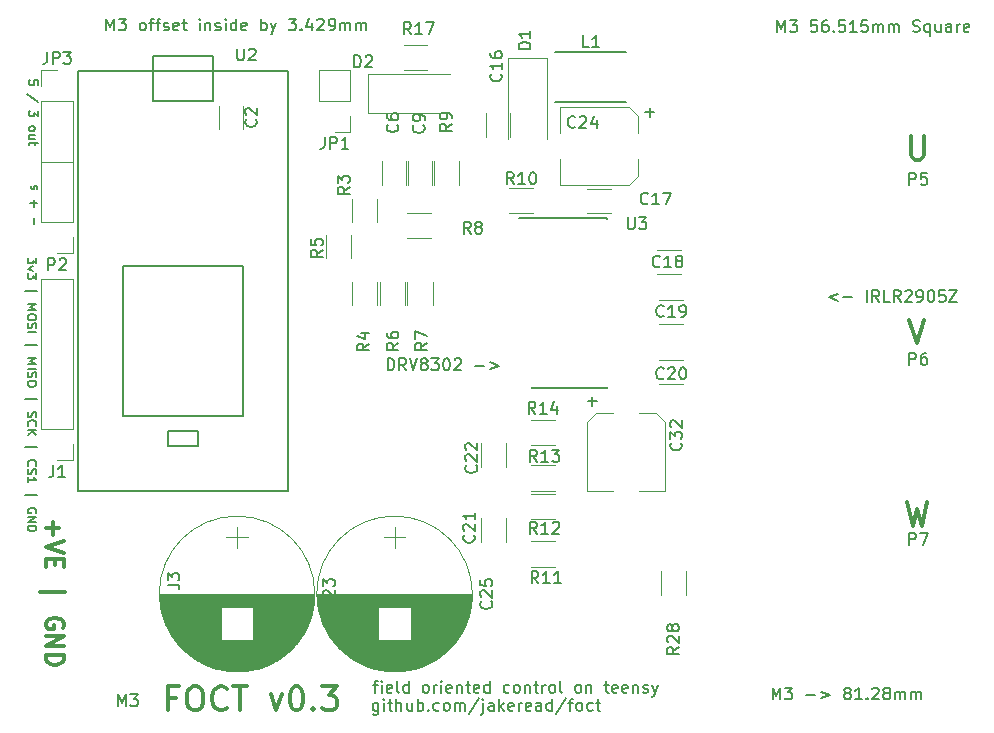
<source format=gbr>
G04 #@! TF.FileFunction,Legend,Top*
%FSLAX46Y46*%
G04 Gerber Fmt 4.6, Leading zero omitted, Abs format (unit mm)*
G04 Created by KiCad (PCBNEW 4.0.4-stable) date 08/21/17 00:53:09*
%MOMM*%
%LPD*%
G01*
G04 APERTURE LIST*
%ADD10C,0.100000*%
%ADD11C,0.150000*%
%ADD12C,0.300000*%
%ADD13C,0.187500*%
%ADD14C,0.120000*%
G04 APERTURE END LIST*
D10*
D11*
X69008500Y37361786D02*
X68246595Y37076071D01*
X69008500Y36790357D01*
X69484690Y37076071D02*
X70246595Y37076071D01*
X71484690Y36695119D02*
X71484690Y37695119D01*
X72532309Y36695119D02*
X72198975Y37171310D01*
X71960880Y36695119D02*
X71960880Y37695119D01*
X72341833Y37695119D01*
X72437071Y37647500D01*
X72484690Y37599881D01*
X72532309Y37504643D01*
X72532309Y37361786D01*
X72484690Y37266548D01*
X72437071Y37218929D01*
X72341833Y37171310D01*
X71960880Y37171310D01*
X73437071Y36695119D02*
X72960880Y36695119D01*
X72960880Y37695119D01*
X74341833Y36695119D02*
X74008499Y37171310D01*
X73770404Y36695119D02*
X73770404Y37695119D01*
X74151357Y37695119D01*
X74246595Y37647500D01*
X74294214Y37599881D01*
X74341833Y37504643D01*
X74341833Y37361786D01*
X74294214Y37266548D01*
X74246595Y37218929D01*
X74151357Y37171310D01*
X73770404Y37171310D01*
X74722785Y37599881D02*
X74770404Y37647500D01*
X74865642Y37695119D01*
X75103738Y37695119D01*
X75198976Y37647500D01*
X75246595Y37599881D01*
X75294214Y37504643D01*
X75294214Y37409405D01*
X75246595Y37266548D01*
X74675166Y36695119D01*
X75294214Y36695119D01*
X75770404Y36695119D02*
X75960880Y36695119D01*
X76056119Y36742738D01*
X76103738Y36790357D01*
X76198976Y36933214D01*
X76246595Y37123690D01*
X76246595Y37504643D01*
X76198976Y37599881D01*
X76151357Y37647500D01*
X76056119Y37695119D01*
X75865642Y37695119D01*
X75770404Y37647500D01*
X75722785Y37599881D01*
X75675166Y37504643D01*
X75675166Y37266548D01*
X75722785Y37171310D01*
X75770404Y37123690D01*
X75865642Y37076071D01*
X76056119Y37076071D01*
X76151357Y37123690D01*
X76198976Y37171310D01*
X76246595Y37266548D01*
X76865642Y37695119D02*
X76960881Y37695119D01*
X77056119Y37647500D01*
X77103738Y37599881D01*
X77151357Y37504643D01*
X77198976Y37314167D01*
X77198976Y37076071D01*
X77151357Y36885595D01*
X77103738Y36790357D01*
X77056119Y36742738D01*
X76960881Y36695119D01*
X76865642Y36695119D01*
X76770404Y36742738D01*
X76722785Y36790357D01*
X76675166Y36885595D01*
X76627547Y37076071D01*
X76627547Y37314167D01*
X76675166Y37504643D01*
X76722785Y37599881D01*
X76770404Y37647500D01*
X76865642Y37695119D01*
X78103738Y37695119D02*
X77627547Y37695119D01*
X77579928Y37218929D01*
X77627547Y37266548D01*
X77722785Y37314167D01*
X77960881Y37314167D01*
X78056119Y37266548D01*
X78103738Y37218929D01*
X78151357Y37123690D01*
X78151357Y36885595D01*
X78103738Y36790357D01*
X78056119Y36742738D01*
X77960881Y36695119D01*
X77722785Y36695119D01*
X77627547Y36742738D01*
X77579928Y36790357D01*
X78484690Y37695119D02*
X79151357Y37695119D01*
X78484690Y36695119D01*
X79151357Y36695119D01*
X30908595Y30916619D02*
X30908595Y31916619D01*
X31146690Y31916619D01*
X31289548Y31869000D01*
X31384786Y31773762D01*
X31432405Y31678524D01*
X31480024Y31488048D01*
X31480024Y31345190D01*
X31432405Y31154714D01*
X31384786Y31059476D01*
X31289548Y30964238D01*
X31146690Y30916619D01*
X30908595Y30916619D01*
X32480024Y30916619D02*
X32146690Y31392810D01*
X31908595Y30916619D02*
X31908595Y31916619D01*
X32289548Y31916619D01*
X32384786Y31869000D01*
X32432405Y31821381D01*
X32480024Y31726143D01*
X32480024Y31583286D01*
X32432405Y31488048D01*
X32384786Y31440429D01*
X32289548Y31392810D01*
X31908595Y31392810D01*
X32765738Y31916619D02*
X33099071Y30916619D01*
X33432405Y31916619D01*
X33908595Y31488048D02*
X33813357Y31535667D01*
X33765738Y31583286D01*
X33718119Y31678524D01*
X33718119Y31726143D01*
X33765738Y31821381D01*
X33813357Y31869000D01*
X33908595Y31916619D01*
X34099072Y31916619D01*
X34194310Y31869000D01*
X34241929Y31821381D01*
X34289548Y31726143D01*
X34289548Y31678524D01*
X34241929Y31583286D01*
X34194310Y31535667D01*
X34099072Y31488048D01*
X33908595Y31488048D01*
X33813357Y31440429D01*
X33765738Y31392810D01*
X33718119Y31297571D01*
X33718119Y31107095D01*
X33765738Y31011857D01*
X33813357Y30964238D01*
X33908595Y30916619D01*
X34099072Y30916619D01*
X34194310Y30964238D01*
X34241929Y31011857D01*
X34289548Y31107095D01*
X34289548Y31297571D01*
X34241929Y31392810D01*
X34194310Y31440429D01*
X34099072Y31488048D01*
X34622881Y31916619D02*
X35241929Y31916619D01*
X34908595Y31535667D01*
X35051453Y31535667D01*
X35146691Y31488048D01*
X35194310Y31440429D01*
X35241929Y31345190D01*
X35241929Y31107095D01*
X35194310Y31011857D01*
X35146691Y30964238D01*
X35051453Y30916619D01*
X34765738Y30916619D01*
X34670500Y30964238D01*
X34622881Y31011857D01*
X35860976Y31916619D02*
X35956215Y31916619D01*
X36051453Y31869000D01*
X36099072Y31821381D01*
X36146691Y31726143D01*
X36194310Y31535667D01*
X36194310Y31297571D01*
X36146691Y31107095D01*
X36099072Y31011857D01*
X36051453Y30964238D01*
X35956215Y30916619D01*
X35860976Y30916619D01*
X35765738Y30964238D01*
X35718119Y31011857D01*
X35670500Y31107095D01*
X35622881Y31297571D01*
X35622881Y31535667D01*
X35670500Y31726143D01*
X35718119Y31821381D01*
X35765738Y31869000D01*
X35860976Y31916619D01*
X36575262Y31821381D02*
X36622881Y31869000D01*
X36718119Y31916619D01*
X36956215Y31916619D01*
X37051453Y31869000D01*
X37099072Y31821381D01*
X37146691Y31726143D01*
X37146691Y31630905D01*
X37099072Y31488048D01*
X36527643Y30916619D01*
X37146691Y30916619D01*
X38337167Y31297571D02*
X39099072Y31297571D01*
X39575262Y31583286D02*
X40337167Y31297571D01*
X39575262Y31011857D01*
D12*
X74898357Y19764238D02*
X75374548Y17764238D01*
X75755500Y19192810D01*
X76136453Y17764238D01*
X76612643Y19764238D01*
X75025333Y35194738D02*
X75692000Y33194738D01*
X76358667Y35194738D01*
X75184071Y50752238D02*
X75184071Y49133190D01*
X75279310Y48942714D01*
X75374548Y48847476D01*
X75565024Y48752238D01*
X75945976Y48752238D01*
X76136452Y48847476D01*
X76231691Y48942714D01*
X76326929Y49133190D01*
X76326929Y50752238D01*
D11*
X29686238Y4278286D02*
X30067190Y4278286D01*
X29829095Y3611619D02*
X29829095Y4468762D01*
X29876714Y4564000D01*
X29971952Y4611619D01*
X30067190Y4611619D01*
X30400524Y3611619D02*
X30400524Y4278286D01*
X30400524Y4611619D02*
X30352905Y4564000D01*
X30400524Y4516381D01*
X30448143Y4564000D01*
X30400524Y4611619D01*
X30400524Y4516381D01*
X31257667Y3659238D02*
X31162429Y3611619D01*
X30971952Y3611619D01*
X30876714Y3659238D01*
X30829095Y3754476D01*
X30829095Y4135429D01*
X30876714Y4230667D01*
X30971952Y4278286D01*
X31162429Y4278286D01*
X31257667Y4230667D01*
X31305286Y4135429D01*
X31305286Y4040190D01*
X30829095Y3944952D01*
X31876714Y3611619D02*
X31781476Y3659238D01*
X31733857Y3754476D01*
X31733857Y4611619D01*
X32686239Y3611619D02*
X32686239Y4611619D01*
X32686239Y3659238D02*
X32591001Y3611619D01*
X32400524Y3611619D01*
X32305286Y3659238D01*
X32257667Y3706857D01*
X32210048Y3802095D01*
X32210048Y4087810D01*
X32257667Y4183048D01*
X32305286Y4230667D01*
X32400524Y4278286D01*
X32591001Y4278286D01*
X32686239Y4230667D01*
X34067191Y3611619D02*
X33971953Y3659238D01*
X33924334Y3706857D01*
X33876715Y3802095D01*
X33876715Y4087810D01*
X33924334Y4183048D01*
X33971953Y4230667D01*
X34067191Y4278286D01*
X34210049Y4278286D01*
X34305287Y4230667D01*
X34352906Y4183048D01*
X34400525Y4087810D01*
X34400525Y3802095D01*
X34352906Y3706857D01*
X34305287Y3659238D01*
X34210049Y3611619D01*
X34067191Y3611619D01*
X34829096Y3611619D02*
X34829096Y4278286D01*
X34829096Y4087810D02*
X34876715Y4183048D01*
X34924334Y4230667D01*
X35019572Y4278286D01*
X35114811Y4278286D01*
X35448144Y3611619D02*
X35448144Y4278286D01*
X35448144Y4611619D02*
X35400525Y4564000D01*
X35448144Y4516381D01*
X35495763Y4564000D01*
X35448144Y4611619D01*
X35448144Y4516381D01*
X36305287Y3659238D02*
X36210049Y3611619D01*
X36019572Y3611619D01*
X35924334Y3659238D01*
X35876715Y3754476D01*
X35876715Y4135429D01*
X35924334Y4230667D01*
X36019572Y4278286D01*
X36210049Y4278286D01*
X36305287Y4230667D01*
X36352906Y4135429D01*
X36352906Y4040190D01*
X35876715Y3944952D01*
X36781477Y4278286D02*
X36781477Y3611619D01*
X36781477Y4183048D02*
X36829096Y4230667D01*
X36924334Y4278286D01*
X37067192Y4278286D01*
X37162430Y4230667D01*
X37210049Y4135429D01*
X37210049Y3611619D01*
X37543382Y4278286D02*
X37924334Y4278286D01*
X37686239Y4611619D02*
X37686239Y3754476D01*
X37733858Y3659238D01*
X37829096Y3611619D01*
X37924334Y3611619D01*
X38638621Y3659238D02*
X38543383Y3611619D01*
X38352906Y3611619D01*
X38257668Y3659238D01*
X38210049Y3754476D01*
X38210049Y4135429D01*
X38257668Y4230667D01*
X38352906Y4278286D01*
X38543383Y4278286D01*
X38638621Y4230667D01*
X38686240Y4135429D01*
X38686240Y4040190D01*
X38210049Y3944952D01*
X39543383Y3611619D02*
X39543383Y4611619D01*
X39543383Y3659238D02*
X39448145Y3611619D01*
X39257668Y3611619D01*
X39162430Y3659238D01*
X39114811Y3706857D01*
X39067192Y3802095D01*
X39067192Y4087810D01*
X39114811Y4183048D01*
X39162430Y4230667D01*
X39257668Y4278286D01*
X39448145Y4278286D01*
X39543383Y4230667D01*
X41210050Y3659238D02*
X41114812Y3611619D01*
X40924335Y3611619D01*
X40829097Y3659238D01*
X40781478Y3706857D01*
X40733859Y3802095D01*
X40733859Y4087810D01*
X40781478Y4183048D01*
X40829097Y4230667D01*
X40924335Y4278286D01*
X41114812Y4278286D01*
X41210050Y4230667D01*
X41781478Y3611619D02*
X41686240Y3659238D01*
X41638621Y3706857D01*
X41591002Y3802095D01*
X41591002Y4087810D01*
X41638621Y4183048D01*
X41686240Y4230667D01*
X41781478Y4278286D01*
X41924336Y4278286D01*
X42019574Y4230667D01*
X42067193Y4183048D01*
X42114812Y4087810D01*
X42114812Y3802095D01*
X42067193Y3706857D01*
X42019574Y3659238D01*
X41924336Y3611619D01*
X41781478Y3611619D01*
X42543383Y4278286D02*
X42543383Y3611619D01*
X42543383Y4183048D02*
X42591002Y4230667D01*
X42686240Y4278286D01*
X42829098Y4278286D01*
X42924336Y4230667D01*
X42971955Y4135429D01*
X42971955Y3611619D01*
X43305288Y4278286D02*
X43686240Y4278286D01*
X43448145Y4611619D02*
X43448145Y3754476D01*
X43495764Y3659238D01*
X43591002Y3611619D01*
X43686240Y3611619D01*
X44019574Y3611619D02*
X44019574Y4278286D01*
X44019574Y4087810D02*
X44067193Y4183048D01*
X44114812Y4230667D01*
X44210050Y4278286D01*
X44305289Y4278286D01*
X44781479Y3611619D02*
X44686241Y3659238D01*
X44638622Y3706857D01*
X44591003Y3802095D01*
X44591003Y4087810D01*
X44638622Y4183048D01*
X44686241Y4230667D01*
X44781479Y4278286D01*
X44924337Y4278286D01*
X45019575Y4230667D01*
X45067194Y4183048D01*
X45114813Y4087810D01*
X45114813Y3802095D01*
X45067194Y3706857D01*
X45019575Y3659238D01*
X44924337Y3611619D01*
X44781479Y3611619D01*
X45686241Y3611619D02*
X45591003Y3659238D01*
X45543384Y3754476D01*
X45543384Y4611619D01*
X46971956Y3611619D02*
X46876718Y3659238D01*
X46829099Y3706857D01*
X46781480Y3802095D01*
X46781480Y4087810D01*
X46829099Y4183048D01*
X46876718Y4230667D01*
X46971956Y4278286D01*
X47114814Y4278286D01*
X47210052Y4230667D01*
X47257671Y4183048D01*
X47305290Y4087810D01*
X47305290Y3802095D01*
X47257671Y3706857D01*
X47210052Y3659238D01*
X47114814Y3611619D01*
X46971956Y3611619D01*
X47733861Y4278286D02*
X47733861Y3611619D01*
X47733861Y4183048D02*
X47781480Y4230667D01*
X47876718Y4278286D01*
X48019576Y4278286D01*
X48114814Y4230667D01*
X48162433Y4135429D01*
X48162433Y3611619D01*
X49257671Y4278286D02*
X49638623Y4278286D01*
X49400528Y4611619D02*
X49400528Y3754476D01*
X49448147Y3659238D01*
X49543385Y3611619D01*
X49638623Y3611619D01*
X50352910Y3659238D02*
X50257672Y3611619D01*
X50067195Y3611619D01*
X49971957Y3659238D01*
X49924338Y3754476D01*
X49924338Y4135429D01*
X49971957Y4230667D01*
X50067195Y4278286D01*
X50257672Y4278286D01*
X50352910Y4230667D01*
X50400529Y4135429D01*
X50400529Y4040190D01*
X49924338Y3944952D01*
X51210053Y3659238D02*
X51114815Y3611619D01*
X50924338Y3611619D01*
X50829100Y3659238D01*
X50781481Y3754476D01*
X50781481Y4135429D01*
X50829100Y4230667D01*
X50924338Y4278286D01*
X51114815Y4278286D01*
X51210053Y4230667D01*
X51257672Y4135429D01*
X51257672Y4040190D01*
X50781481Y3944952D01*
X51686243Y4278286D02*
X51686243Y3611619D01*
X51686243Y4183048D02*
X51733862Y4230667D01*
X51829100Y4278286D01*
X51971958Y4278286D01*
X52067196Y4230667D01*
X52114815Y4135429D01*
X52114815Y3611619D01*
X52543386Y3659238D02*
X52638624Y3611619D01*
X52829100Y3611619D01*
X52924339Y3659238D01*
X52971958Y3754476D01*
X52971958Y3802095D01*
X52924339Y3897333D01*
X52829100Y3944952D01*
X52686243Y3944952D01*
X52591005Y3992571D01*
X52543386Y4087810D01*
X52543386Y4135429D01*
X52591005Y4230667D01*
X52686243Y4278286D01*
X52829100Y4278286D01*
X52924339Y4230667D01*
X53305291Y4278286D02*
X53543386Y3611619D01*
X53781482Y4278286D02*
X53543386Y3611619D01*
X53448148Y3373524D01*
X53400529Y3325905D01*
X53305291Y3278286D01*
X30123952Y2754286D02*
X30123952Y1944762D01*
X30076333Y1849524D01*
X30028714Y1801905D01*
X29933475Y1754286D01*
X29790618Y1754286D01*
X29695380Y1801905D01*
X30123952Y2135238D02*
X30028714Y2087619D01*
X29838237Y2087619D01*
X29742999Y2135238D01*
X29695380Y2182857D01*
X29647761Y2278095D01*
X29647761Y2563810D01*
X29695380Y2659048D01*
X29742999Y2706667D01*
X29838237Y2754286D01*
X30028714Y2754286D01*
X30123952Y2706667D01*
X30600142Y2087619D02*
X30600142Y2754286D01*
X30600142Y3087619D02*
X30552523Y3040000D01*
X30600142Y2992381D01*
X30647761Y3040000D01*
X30600142Y3087619D01*
X30600142Y2992381D01*
X30933475Y2754286D02*
X31314427Y2754286D01*
X31076332Y3087619D02*
X31076332Y2230476D01*
X31123951Y2135238D01*
X31219189Y2087619D01*
X31314427Y2087619D01*
X31647761Y2087619D02*
X31647761Y3087619D01*
X32076333Y2087619D02*
X32076333Y2611429D01*
X32028714Y2706667D01*
X31933476Y2754286D01*
X31790618Y2754286D01*
X31695380Y2706667D01*
X31647761Y2659048D01*
X32981095Y2754286D02*
X32981095Y2087619D01*
X32552523Y2754286D02*
X32552523Y2230476D01*
X32600142Y2135238D01*
X32695380Y2087619D01*
X32838238Y2087619D01*
X32933476Y2135238D01*
X32981095Y2182857D01*
X33457285Y2087619D02*
X33457285Y3087619D01*
X33457285Y2706667D02*
X33552523Y2754286D01*
X33743000Y2754286D01*
X33838238Y2706667D01*
X33885857Y2659048D01*
X33933476Y2563810D01*
X33933476Y2278095D01*
X33885857Y2182857D01*
X33838238Y2135238D01*
X33743000Y2087619D01*
X33552523Y2087619D01*
X33457285Y2135238D01*
X34362047Y2182857D02*
X34409666Y2135238D01*
X34362047Y2087619D01*
X34314428Y2135238D01*
X34362047Y2182857D01*
X34362047Y2087619D01*
X35266809Y2135238D02*
X35171571Y2087619D01*
X34981094Y2087619D01*
X34885856Y2135238D01*
X34838237Y2182857D01*
X34790618Y2278095D01*
X34790618Y2563810D01*
X34838237Y2659048D01*
X34885856Y2706667D01*
X34981094Y2754286D01*
X35171571Y2754286D01*
X35266809Y2706667D01*
X35838237Y2087619D02*
X35742999Y2135238D01*
X35695380Y2182857D01*
X35647761Y2278095D01*
X35647761Y2563810D01*
X35695380Y2659048D01*
X35742999Y2706667D01*
X35838237Y2754286D01*
X35981095Y2754286D01*
X36076333Y2706667D01*
X36123952Y2659048D01*
X36171571Y2563810D01*
X36171571Y2278095D01*
X36123952Y2182857D01*
X36076333Y2135238D01*
X35981095Y2087619D01*
X35838237Y2087619D01*
X36600142Y2087619D02*
X36600142Y2754286D01*
X36600142Y2659048D02*
X36647761Y2706667D01*
X36742999Y2754286D01*
X36885857Y2754286D01*
X36981095Y2706667D01*
X37028714Y2611429D01*
X37028714Y2087619D01*
X37028714Y2611429D02*
X37076333Y2706667D01*
X37171571Y2754286D01*
X37314428Y2754286D01*
X37409666Y2706667D01*
X37457285Y2611429D01*
X37457285Y2087619D01*
X38647761Y3135238D02*
X37790618Y1849524D01*
X38981094Y2754286D02*
X38981094Y1897143D01*
X38933475Y1801905D01*
X38838237Y1754286D01*
X38790618Y1754286D01*
X38981094Y3087619D02*
X38933475Y3040000D01*
X38981094Y2992381D01*
X39028713Y3040000D01*
X38981094Y3087619D01*
X38981094Y2992381D01*
X39885856Y2087619D02*
X39885856Y2611429D01*
X39838237Y2706667D01*
X39742999Y2754286D01*
X39552522Y2754286D01*
X39457284Y2706667D01*
X39885856Y2135238D02*
X39790618Y2087619D01*
X39552522Y2087619D01*
X39457284Y2135238D01*
X39409665Y2230476D01*
X39409665Y2325714D01*
X39457284Y2420952D01*
X39552522Y2468571D01*
X39790618Y2468571D01*
X39885856Y2516190D01*
X40362046Y2087619D02*
X40362046Y3087619D01*
X40457284Y2468571D02*
X40742999Y2087619D01*
X40742999Y2754286D02*
X40362046Y2373333D01*
X41552523Y2135238D02*
X41457285Y2087619D01*
X41266808Y2087619D01*
X41171570Y2135238D01*
X41123951Y2230476D01*
X41123951Y2611429D01*
X41171570Y2706667D01*
X41266808Y2754286D01*
X41457285Y2754286D01*
X41552523Y2706667D01*
X41600142Y2611429D01*
X41600142Y2516190D01*
X41123951Y2420952D01*
X42028713Y2087619D02*
X42028713Y2754286D01*
X42028713Y2563810D02*
X42076332Y2659048D01*
X42123951Y2706667D01*
X42219189Y2754286D01*
X42314428Y2754286D01*
X43028714Y2135238D02*
X42933476Y2087619D01*
X42742999Y2087619D01*
X42647761Y2135238D01*
X42600142Y2230476D01*
X42600142Y2611429D01*
X42647761Y2706667D01*
X42742999Y2754286D01*
X42933476Y2754286D01*
X43028714Y2706667D01*
X43076333Y2611429D01*
X43076333Y2516190D01*
X42600142Y2420952D01*
X43933476Y2087619D02*
X43933476Y2611429D01*
X43885857Y2706667D01*
X43790619Y2754286D01*
X43600142Y2754286D01*
X43504904Y2706667D01*
X43933476Y2135238D02*
X43838238Y2087619D01*
X43600142Y2087619D01*
X43504904Y2135238D01*
X43457285Y2230476D01*
X43457285Y2325714D01*
X43504904Y2420952D01*
X43600142Y2468571D01*
X43838238Y2468571D01*
X43933476Y2516190D01*
X44838238Y2087619D02*
X44838238Y3087619D01*
X44838238Y2135238D02*
X44743000Y2087619D01*
X44552523Y2087619D01*
X44457285Y2135238D01*
X44409666Y2182857D01*
X44362047Y2278095D01*
X44362047Y2563810D01*
X44409666Y2659048D01*
X44457285Y2706667D01*
X44552523Y2754286D01*
X44743000Y2754286D01*
X44838238Y2706667D01*
X46028714Y3135238D02*
X45171571Y1849524D01*
X46219190Y2754286D02*
X46600142Y2754286D01*
X46362047Y2087619D02*
X46362047Y2944762D01*
X46409666Y3040000D01*
X46504904Y3087619D01*
X46600142Y3087619D01*
X47076333Y2087619D02*
X46981095Y2135238D01*
X46933476Y2182857D01*
X46885857Y2278095D01*
X46885857Y2563810D01*
X46933476Y2659048D01*
X46981095Y2706667D01*
X47076333Y2754286D01*
X47219191Y2754286D01*
X47314429Y2706667D01*
X47362048Y2659048D01*
X47409667Y2563810D01*
X47409667Y2278095D01*
X47362048Y2182857D01*
X47314429Y2135238D01*
X47219191Y2087619D01*
X47076333Y2087619D01*
X48266810Y2135238D02*
X48171572Y2087619D01*
X47981095Y2087619D01*
X47885857Y2135238D01*
X47838238Y2182857D01*
X47790619Y2278095D01*
X47790619Y2563810D01*
X47838238Y2659048D01*
X47885857Y2706667D01*
X47981095Y2754286D01*
X48171572Y2754286D01*
X48266810Y2706667D01*
X48552524Y2754286D02*
X48933476Y2754286D01*
X48695381Y3087619D02*
X48695381Y2230476D01*
X48743000Y2135238D01*
X48838238Y2087619D01*
X48933476Y2087619D01*
D12*
X13002428Y3190857D02*
X12335761Y3190857D01*
X12335761Y2143238D02*
X12335761Y4143238D01*
X13288142Y4143238D01*
X14431000Y4143238D02*
X14811952Y4143238D01*
X15002428Y4048000D01*
X15192905Y3857524D01*
X15288143Y3476571D01*
X15288143Y2809905D01*
X15192905Y2428952D01*
X15002428Y2238476D01*
X14811952Y2143238D01*
X14431000Y2143238D01*
X14240524Y2238476D01*
X14050047Y2428952D01*
X13954809Y2809905D01*
X13954809Y3476571D01*
X14050047Y3857524D01*
X14240524Y4048000D01*
X14431000Y4143238D01*
X17288143Y2333714D02*
X17192905Y2238476D01*
X16907190Y2143238D01*
X16716714Y2143238D01*
X16431000Y2238476D01*
X16240524Y2428952D01*
X16145285Y2619429D01*
X16050047Y3000381D01*
X16050047Y3286095D01*
X16145285Y3667048D01*
X16240524Y3857524D01*
X16431000Y4048000D01*
X16716714Y4143238D01*
X16907190Y4143238D01*
X17192905Y4048000D01*
X17288143Y3952762D01*
X17859571Y4143238D02*
X19002428Y4143238D01*
X18431000Y2143238D02*
X18431000Y4143238D01*
X21002429Y3476571D02*
X21478620Y2143238D01*
X21954810Y3476571D01*
X23097668Y4143238D02*
X23288144Y4143238D01*
X23478620Y4048000D01*
X23573858Y3952762D01*
X23669096Y3762286D01*
X23764335Y3381333D01*
X23764335Y2905143D01*
X23669096Y2524190D01*
X23573858Y2333714D01*
X23478620Y2238476D01*
X23288144Y2143238D01*
X23097668Y2143238D01*
X22907192Y2238476D01*
X22811954Y2333714D01*
X22716715Y2524190D01*
X22621477Y2905143D01*
X22621477Y3381333D01*
X22716715Y3762286D01*
X22811954Y3952762D01*
X22907192Y4048000D01*
X23097668Y4143238D01*
X24621477Y2333714D02*
X24716716Y2238476D01*
X24621477Y2143238D01*
X24526239Y2238476D01*
X24621477Y2333714D01*
X24621477Y2143238D01*
X25383382Y4143238D02*
X26621478Y4143238D01*
X25954811Y3381333D01*
X26240525Y3381333D01*
X26431001Y3286095D01*
X26526239Y3190857D01*
X26621478Y3000381D01*
X26621478Y2524190D01*
X26526239Y2333714D01*
X26431001Y2238476D01*
X26240525Y2143238D01*
X25669097Y2143238D01*
X25478620Y2238476D01*
X25383382Y2333714D01*
D11*
X1172714Y40418289D02*
X1172714Y39954003D01*
X887000Y40204003D01*
X887000Y40096861D01*
X851286Y40025432D01*
X815571Y39989718D01*
X744143Y39954003D01*
X565571Y39954003D01*
X494143Y39989718D01*
X458429Y40025432D01*
X422714Y40096861D01*
X422714Y40311146D01*
X458429Y40382575D01*
X494143Y40418289D01*
X922714Y39704003D02*
X422714Y39525432D01*
X922714Y39346860D01*
X1172714Y39132574D02*
X1172714Y38668288D01*
X887000Y38918288D01*
X887000Y38811146D01*
X851286Y38739717D01*
X815571Y38704003D01*
X744143Y38668288D01*
X565571Y38668288D01*
X494143Y38704003D01*
X458429Y38739717D01*
X422714Y38811146D01*
X422714Y39025431D01*
X458429Y39096860D01*
X494143Y39132574D01*
X172714Y37596859D02*
X1244143Y37596859D01*
X422714Y36489716D02*
X1172714Y36489716D01*
X637000Y36239716D01*
X1172714Y35989716D01*
X422714Y35989716D01*
X1172714Y35489715D02*
X1172714Y35346858D01*
X1137000Y35275430D01*
X1065571Y35204001D01*
X922714Y35168287D01*
X672714Y35168287D01*
X529857Y35204001D01*
X458429Y35275430D01*
X422714Y35346858D01*
X422714Y35489715D01*
X458429Y35561144D01*
X529857Y35632573D01*
X672714Y35668287D01*
X922714Y35668287D01*
X1065571Y35632573D01*
X1137000Y35561144D01*
X1172714Y35489715D01*
X458429Y34882573D02*
X422714Y34775430D01*
X422714Y34596859D01*
X458429Y34525430D01*
X494143Y34489716D01*
X565571Y34454001D01*
X637000Y34454001D01*
X708429Y34489716D01*
X744143Y34525430D01*
X779857Y34596859D01*
X815571Y34739716D01*
X851286Y34811144D01*
X887000Y34846859D01*
X958429Y34882573D01*
X1029857Y34882573D01*
X1101286Y34846859D01*
X1137000Y34811144D01*
X1172714Y34739716D01*
X1172714Y34561144D01*
X1137000Y34454001D01*
X422714Y34132573D02*
X1172714Y34132573D01*
X172714Y33025429D02*
X1244143Y33025429D01*
X422714Y31918286D02*
X1172714Y31918286D01*
X637000Y31668286D01*
X1172714Y31418286D01*
X422714Y31418286D01*
X422714Y31061143D02*
X1172714Y31061143D01*
X458429Y30739714D02*
X422714Y30632571D01*
X422714Y30454000D01*
X458429Y30382571D01*
X494143Y30346857D01*
X565571Y30311142D01*
X637000Y30311142D01*
X708429Y30346857D01*
X744143Y30382571D01*
X779857Y30454000D01*
X815571Y30596857D01*
X851286Y30668285D01*
X887000Y30704000D01*
X958429Y30739714D01*
X1029857Y30739714D01*
X1101286Y30704000D01*
X1137000Y30668285D01*
X1172714Y30596857D01*
X1172714Y30418285D01*
X1137000Y30311142D01*
X1172714Y29846856D02*
X1172714Y29703999D01*
X1137000Y29632571D01*
X1065571Y29561142D01*
X922714Y29525428D01*
X672714Y29525428D01*
X529857Y29561142D01*
X458429Y29632571D01*
X422714Y29703999D01*
X422714Y29846856D01*
X458429Y29918285D01*
X529857Y29989714D01*
X672714Y30025428D01*
X922714Y30025428D01*
X1065571Y29989714D01*
X1137000Y29918285D01*
X1172714Y29846856D01*
X172714Y28453999D02*
X1244143Y28453999D01*
X458429Y27382570D02*
X422714Y27275427D01*
X422714Y27096856D01*
X458429Y27025427D01*
X494143Y26989713D01*
X565571Y26953998D01*
X637000Y26953998D01*
X708429Y26989713D01*
X744143Y27025427D01*
X779857Y27096856D01*
X815571Y27239713D01*
X851286Y27311141D01*
X887000Y27346856D01*
X958429Y27382570D01*
X1029857Y27382570D01*
X1101286Y27346856D01*
X1137000Y27311141D01*
X1172714Y27239713D01*
X1172714Y27061141D01*
X1137000Y26953998D01*
X494143Y26203998D02*
X458429Y26239712D01*
X422714Y26346855D01*
X422714Y26418284D01*
X458429Y26525427D01*
X529857Y26596855D01*
X601286Y26632570D01*
X744143Y26668284D01*
X851286Y26668284D01*
X994143Y26632570D01*
X1065571Y26596855D01*
X1137000Y26525427D01*
X1172714Y26418284D01*
X1172714Y26346855D01*
X1137000Y26239712D01*
X1101286Y26203998D01*
X422714Y25882570D02*
X1172714Y25882570D01*
X422714Y25453998D02*
X851286Y25775427D01*
X1172714Y25453998D02*
X744143Y25882570D01*
X172714Y24382569D02*
X1244143Y24382569D01*
X494143Y22846854D02*
X458429Y22882568D01*
X422714Y22989711D01*
X422714Y23061140D01*
X458429Y23168283D01*
X529857Y23239711D01*
X601286Y23275426D01*
X744143Y23311140D01*
X851286Y23311140D01*
X994143Y23275426D01*
X1065571Y23239711D01*
X1137000Y23168283D01*
X1172714Y23061140D01*
X1172714Y22989711D01*
X1137000Y22882568D01*
X1101286Y22846854D01*
X458429Y22561140D02*
X422714Y22453997D01*
X422714Y22275426D01*
X458429Y22203997D01*
X494143Y22168283D01*
X565571Y22132568D01*
X637000Y22132568D01*
X708429Y22168283D01*
X744143Y22203997D01*
X779857Y22275426D01*
X815571Y22418283D01*
X851286Y22489711D01*
X887000Y22525426D01*
X958429Y22561140D01*
X1029857Y22561140D01*
X1101286Y22525426D01*
X1137000Y22489711D01*
X1172714Y22418283D01*
X1172714Y22239711D01*
X1137000Y22132568D01*
X422714Y21418282D02*
X422714Y21846854D01*
X422714Y21632568D02*
X1172714Y21632568D01*
X1065571Y21703997D01*
X994143Y21775425D01*
X958429Y21846854D01*
X172714Y20346853D02*
X1244143Y20346853D01*
X1137000Y18846852D02*
X1172714Y18918281D01*
X1172714Y19025424D01*
X1137000Y19132567D01*
X1065571Y19203995D01*
X994143Y19239710D01*
X851286Y19275424D01*
X744143Y19275424D01*
X601286Y19239710D01*
X529857Y19203995D01*
X458429Y19132567D01*
X422714Y19025424D01*
X422714Y18953995D01*
X458429Y18846852D01*
X494143Y18811138D01*
X744143Y18811138D01*
X744143Y18953995D01*
X422714Y18489710D02*
X1172714Y18489710D01*
X422714Y18061138D01*
X1172714Y18061138D01*
X422714Y17703996D02*
X1172714Y17703996D01*
X1172714Y17525424D01*
X1137000Y17418281D01*
X1065571Y17346853D01*
X994143Y17311138D01*
X851286Y17275424D01*
X744143Y17275424D01*
X601286Y17311138D01*
X529857Y17346853D01*
X458429Y17418281D01*
X422714Y17525424D01*
X422714Y17703996D01*
X942571Y43269500D02*
X942571Y43840929D01*
X942571Y44769500D02*
X942571Y45340929D01*
X1228286Y45055215D02*
X656857Y45055215D01*
X1192571Y46233786D02*
X1228286Y46305215D01*
X1228286Y46448072D01*
X1192571Y46519500D01*
X1121143Y46555215D01*
X1085429Y46555215D01*
X1014000Y46519500D01*
X978286Y46448072D01*
X978286Y46340929D01*
X942571Y46269500D01*
X871143Y46233786D01*
X835429Y46233786D01*
X764000Y46269500D01*
X728286Y46340929D01*
X728286Y46448072D01*
X764000Y46519500D01*
D13*
X1299714Y55089929D02*
X1299714Y55447072D01*
X942571Y55482786D01*
X978286Y55447072D01*
X1014000Y55375643D01*
X1014000Y55197072D01*
X978286Y55125643D01*
X942571Y55089929D01*
X871143Y55054214D01*
X692571Y55054214D01*
X621143Y55089929D01*
X585429Y55125643D01*
X549714Y55197072D01*
X549714Y55375643D01*
X585429Y55447072D01*
X621143Y55482786D01*
X1335429Y53625642D02*
X371143Y54268499D01*
X1299714Y52875642D02*
X1299714Y52411356D01*
X1014000Y52661356D01*
X1014000Y52554214D01*
X978286Y52482785D01*
X942571Y52447071D01*
X871143Y52411356D01*
X692571Y52411356D01*
X621143Y52447071D01*
X585429Y52482785D01*
X549714Y52554214D01*
X549714Y52768499D01*
X585429Y52839928D01*
X621143Y52875642D01*
X549714Y51411356D02*
X585429Y51482784D01*
X621143Y51518499D01*
X692571Y51554213D01*
X906857Y51554213D01*
X978286Y51518499D01*
X1014000Y51482784D01*
X1049714Y51411356D01*
X1049714Y51304213D01*
X1014000Y51232784D01*
X978286Y51197070D01*
X906857Y51161356D01*
X692571Y51161356D01*
X621143Y51197070D01*
X585429Y51232784D01*
X549714Y51304213D01*
X549714Y51411356D01*
X1049714Y50518499D02*
X549714Y50518499D01*
X1049714Y50839928D02*
X656857Y50839928D01*
X585429Y50804213D01*
X549714Y50732785D01*
X549714Y50625642D01*
X585429Y50554213D01*
X621143Y50518499D01*
X1049714Y50268499D02*
X1049714Y49982785D01*
X1299714Y50161357D02*
X656857Y50161357D01*
X585429Y50125642D01*
X549714Y50054214D01*
X549714Y49982785D01*
D12*
X2559857Y18100714D02*
X2559857Y16957857D01*
X1988429Y17529286D02*
X3131286Y17529286D01*
X3488429Y16457857D02*
X1988429Y15957857D01*
X3488429Y15457857D01*
X2774143Y14957857D02*
X2774143Y14457857D01*
X1988429Y14243571D02*
X1988429Y14957857D01*
X3488429Y14957857D01*
X3488429Y14243571D01*
X1488429Y12100714D02*
X3631286Y12100714D01*
X3417000Y9100715D02*
X3488429Y9243572D01*
X3488429Y9457858D01*
X3417000Y9672143D01*
X3274143Y9815001D01*
X3131286Y9886429D01*
X2845571Y9957858D01*
X2631286Y9957858D01*
X2345571Y9886429D01*
X2202714Y9815001D01*
X2059857Y9672143D01*
X1988429Y9457858D01*
X1988429Y9315001D01*
X2059857Y9100715D01*
X2131286Y9029286D01*
X2631286Y9029286D01*
X2631286Y9315001D01*
X1988429Y8386429D02*
X3488429Y8386429D01*
X1988429Y7529286D01*
X3488429Y7529286D01*
X1988429Y6815000D02*
X3488429Y6815000D01*
X3488429Y6457857D01*
X3417000Y6243572D01*
X3274143Y6100714D01*
X3131286Y6029286D01*
X2845571Y5957857D01*
X2631286Y5957857D01*
X2345571Y6029286D01*
X2202714Y6100714D01*
X2059857Y6243572D01*
X1988429Y6457857D01*
X1988429Y6815000D01*
D14*
X53737000Y39048500D02*
X55737000Y39048500D01*
X55737000Y41088500D02*
X53737000Y41088500D01*
X44385500Y57359000D02*
X41085500Y57359000D01*
X41085500Y57359000D02*
X41085500Y50459000D01*
X44385500Y57359000D02*
X44385500Y50459000D01*
X18673000Y51324000D02*
X18673000Y53324000D01*
X16633000Y53324000D02*
X16633000Y51324000D01*
X30412500Y48625000D02*
X30412500Y46625000D01*
X32452500Y46625000D02*
X32452500Y48625000D01*
X32635000Y48625000D02*
X32635000Y46625000D01*
X34675000Y46625000D02*
X34675000Y48625000D01*
X39239000Y52689000D02*
X39239000Y50689000D01*
X41279000Y50689000D02*
X41279000Y52689000D01*
X49831500Y46295500D02*
X47831500Y46295500D01*
X47831500Y44255500D02*
X49831500Y44255500D01*
X53927500Y34857500D02*
X55927500Y34857500D01*
X55927500Y36897500D02*
X53927500Y36897500D01*
X53927500Y29714000D02*
X55927500Y29714000D01*
X55927500Y31754000D02*
X53927500Y31754000D01*
X40898000Y16399000D02*
X40898000Y18399000D01*
X38858000Y18399000D02*
X38858000Y16399000D01*
X40898000Y22749000D02*
X40898000Y24749000D01*
X38858000Y24749000D02*
X38858000Y22749000D01*
X52131500Y52451000D02*
X52131500Y51031000D01*
X45531500Y53211000D02*
X45531500Y51031000D01*
X45531500Y46611000D02*
X45531500Y48791000D01*
X52131500Y47371000D02*
X52131500Y48791000D01*
X45531500Y53211000D02*
X51371500Y53211000D01*
X51371500Y53211000D02*
X52131500Y52451000D01*
X52131500Y47371000D02*
X51371500Y46611000D01*
X51371500Y46611000D02*
X45531500Y46611000D01*
X29255000Y56006000D02*
X29255000Y52706000D01*
X29255000Y52706000D02*
X36155000Y52706000D01*
X29255000Y56006000D02*
X36155000Y56006000D01*
X4251000Y38668000D02*
X1591000Y38668000D01*
X4251000Y25908000D02*
X4251000Y38668000D01*
X1591000Y25908000D02*
X1591000Y38668000D01*
X4251000Y25908000D02*
X1591000Y25908000D01*
X4251000Y24638000D02*
X4251000Y23308000D01*
X4251000Y23308000D02*
X2921000Y23308000D01*
X27746000Y56321000D02*
X25086000Y56321000D01*
X27746000Y53721000D02*
X27746000Y56321000D01*
X25086000Y53721000D02*
X25086000Y56321000D01*
X27746000Y53721000D02*
X25086000Y53721000D01*
X27746000Y52451000D02*
X27746000Y51121000D01*
X27746000Y51121000D02*
X26416000Y51121000D01*
X1591000Y48581000D02*
X4251000Y48581000D01*
X1591000Y53721000D02*
X1591000Y48581000D01*
X4251000Y53721000D02*
X4251000Y48581000D01*
X1591000Y53721000D02*
X4251000Y53721000D01*
X1591000Y54991000D02*
X1591000Y56321000D01*
X1591000Y56321000D02*
X2921000Y56321000D01*
D11*
X51069500Y53653000D02*
X45069500Y53653000D01*
X51069500Y57853000D02*
X45069500Y57853000D01*
D14*
X4251000Y48574000D02*
X1591000Y48574000D01*
X4251000Y43434000D02*
X4251000Y48574000D01*
X1591000Y43434000D02*
X1591000Y48574000D01*
X4251000Y43434000D02*
X1591000Y43434000D01*
X4251000Y42164000D02*
X4251000Y40834000D01*
X4251000Y40834000D02*
X2921000Y40834000D01*
X30026000Y45450000D02*
X30026000Y43450000D01*
X27886000Y43450000D02*
X27886000Y45450000D01*
X30026000Y38401500D02*
X30026000Y36401500D01*
X27886000Y36401500D02*
X27886000Y38401500D01*
X27803500Y42402000D02*
X27803500Y40402000D01*
X25663500Y40402000D02*
X25663500Y42402000D01*
X32375500Y38401500D02*
X32375500Y36401500D01*
X30235500Y36401500D02*
X30235500Y38401500D01*
X34725000Y38401500D02*
X34725000Y36401500D01*
X32585000Y36401500D02*
X32585000Y38401500D01*
X34591500Y42110000D02*
X32591500Y42110000D01*
X32591500Y44250000D02*
X34591500Y44250000D01*
X36947500Y48625000D02*
X36947500Y46625000D01*
X34807500Y46625000D02*
X34807500Y48625000D01*
X43227500Y44205500D02*
X41227500Y44205500D01*
X41227500Y46345500D02*
X43227500Y46345500D01*
X43069000Y16437000D02*
X45069000Y16437000D01*
X45069000Y14297000D02*
X43069000Y14297000D01*
X43069000Y20437500D02*
X45069000Y20437500D01*
X45069000Y18297500D02*
X43069000Y18297500D01*
X43069000Y22850500D02*
X45069000Y22850500D01*
X45069000Y20710500D02*
X43069000Y20710500D01*
X43069000Y26724000D02*
X45069000Y26724000D01*
X45069000Y24584000D02*
X43069000Y24584000D01*
X34274000Y56334000D02*
X32274000Y56334000D01*
X32274000Y58474000D02*
X34274000Y58474000D01*
X56188000Y13890500D02*
X56188000Y11890500D01*
X54048000Y11890500D02*
X54048000Y13890500D01*
D11*
X12319000Y25781000D02*
X14859000Y25781000D01*
X14859000Y25781000D02*
X14859000Y24511000D01*
X14859000Y24511000D02*
X12319000Y24511000D01*
X12319000Y24511000D02*
X12319000Y25781000D01*
X8509000Y39751000D02*
X8509000Y27051000D01*
X8509000Y27051000D02*
X18669000Y27051000D01*
X18669000Y27051000D02*
X18669000Y39751000D01*
X18669000Y39751000D02*
X8509000Y39751000D01*
X11049000Y57531000D02*
X11049000Y53721000D01*
X11049000Y53721000D02*
X16129000Y53721000D01*
X16129000Y53721000D02*
X16129000Y57531000D01*
X16129000Y57531000D02*
X11049000Y57531000D01*
X4699000Y56261000D02*
X4699000Y20701000D01*
X4699000Y20701000D02*
X22479000Y20701000D01*
X22479000Y20701000D02*
X22479000Y56261000D01*
X22479000Y56261000D02*
X4699000Y56261000D01*
X49466500Y43701000D02*
X49466500Y43693500D01*
X49466500Y29451000D02*
X49466500Y29458500D01*
X43116500Y29451000D02*
X43116500Y29458500D01*
X42041500Y43776000D02*
X49466500Y43776000D01*
X43116500Y29451000D02*
X49466500Y29451000D01*
D14*
X24751000Y11978000D02*
G75*
G03X24751000Y11978000I-6590000J0D01*
G01*
X24711000Y11978000D02*
X11611000Y11978000D01*
X24711000Y11938000D02*
X11611000Y11938000D01*
X24711000Y11898000D02*
X11611000Y11898000D01*
X24710000Y11858000D02*
X11612000Y11858000D01*
X24710000Y11818000D02*
X11612000Y11818000D01*
X24708000Y11778000D02*
X11614000Y11778000D01*
X24707000Y11738000D02*
X11615000Y11738000D01*
X24706000Y11698000D02*
X11616000Y11698000D01*
X24704000Y11658000D02*
X11618000Y11658000D01*
X24702000Y11618000D02*
X11620000Y11618000D01*
X24699000Y11578000D02*
X11623000Y11578000D01*
X24697000Y11538000D02*
X11625000Y11538000D01*
X24694000Y11498000D02*
X11628000Y11498000D01*
X24691000Y11458000D02*
X11631000Y11458000D01*
X24688000Y11418000D02*
X11634000Y11418000D01*
X24684000Y11378000D02*
X11638000Y11378000D01*
X24680000Y11338000D02*
X11642000Y11338000D01*
X24676000Y11298000D02*
X11646000Y11298000D01*
X24672000Y11257000D02*
X11650000Y11257000D01*
X24668000Y11217000D02*
X11654000Y11217000D01*
X24663000Y11177000D02*
X11659000Y11177000D01*
X24658000Y11137000D02*
X11664000Y11137000D01*
X24652000Y11097000D02*
X11670000Y11097000D01*
X24647000Y11057000D02*
X11675000Y11057000D01*
X24641000Y11017000D02*
X11681000Y11017000D01*
X24635000Y10977000D02*
X11687000Y10977000D01*
X24629000Y10937000D02*
X11693000Y10937000D01*
X24622000Y10897000D02*
X11700000Y10897000D01*
X24616000Y10857000D02*
X19541000Y10857000D01*
X16781000Y10857000D02*
X11706000Y10857000D01*
X24609000Y10817000D02*
X19541000Y10817000D01*
X16781000Y10817000D02*
X11713000Y10817000D01*
X24601000Y10777000D02*
X19541000Y10777000D01*
X16781000Y10777000D02*
X11721000Y10777000D01*
X24594000Y10737000D02*
X19541000Y10737000D01*
X16781000Y10737000D02*
X11728000Y10737000D01*
X24586000Y10697000D02*
X19541000Y10697000D01*
X16781000Y10697000D02*
X11736000Y10697000D01*
X24578000Y10657000D02*
X19541000Y10657000D01*
X16781000Y10657000D02*
X11744000Y10657000D01*
X24570000Y10617000D02*
X19541000Y10617000D01*
X16781000Y10617000D02*
X11752000Y10617000D01*
X24561000Y10577000D02*
X19541000Y10577000D01*
X16781000Y10577000D02*
X11761000Y10577000D01*
X24552000Y10537000D02*
X19541000Y10537000D01*
X16781000Y10537000D02*
X11770000Y10537000D01*
X24543000Y10497000D02*
X19541000Y10497000D01*
X16781000Y10497000D02*
X11779000Y10497000D01*
X24534000Y10457000D02*
X19541000Y10457000D01*
X16781000Y10457000D02*
X11788000Y10457000D01*
X24524000Y10417000D02*
X19541000Y10417000D01*
X16781000Y10417000D02*
X11798000Y10417000D01*
X24514000Y10377000D02*
X19541000Y10377000D01*
X16781000Y10377000D02*
X11808000Y10377000D01*
X24504000Y10337000D02*
X19541000Y10337000D01*
X16781000Y10337000D02*
X11818000Y10337000D01*
X24494000Y10297000D02*
X19541000Y10297000D01*
X16781000Y10297000D02*
X11828000Y10297000D01*
X24483000Y10257000D02*
X19541000Y10257000D01*
X16781000Y10257000D02*
X11839000Y10257000D01*
X24472000Y10217000D02*
X19541000Y10217000D01*
X16781000Y10217000D02*
X11850000Y10217000D01*
X24461000Y10177000D02*
X19541000Y10177000D01*
X16781000Y10177000D02*
X11861000Y10177000D01*
X24449000Y10137000D02*
X19541000Y10137000D01*
X16781000Y10137000D02*
X11873000Y10137000D01*
X24438000Y10097000D02*
X19541000Y10097000D01*
X16781000Y10097000D02*
X11884000Y10097000D01*
X24426000Y10057000D02*
X19541000Y10057000D01*
X16781000Y10057000D02*
X11896000Y10057000D01*
X24413000Y10017000D02*
X19541000Y10017000D01*
X16781000Y10017000D02*
X11909000Y10017000D01*
X24401000Y9977000D02*
X19541000Y9977000D01*
X16781000Y9977000D02*
X11921000Y9977000D01*
X24388000Y9937000D02*
X19541000Y9937000D01*
X16781000Y9937000D02*
X11934000Y9937000D01*
X24375000Y9897000D02*
X19541000Y9897000D01*
X16781000Y9897000D02*
X11947000Y9897000D01*
X24361000Y9857000D02*
X19541000Y9857000D01*
X16781000Y9857000D02*
X11961000Y9857000D01*
X24347000Y9817000D02*
X19541000Y9817000D01*
X16781000Y9817000D02*
X11975000Y9817000D01*
X24333000Y9777000D02*
X19541000Y9777000D01*
X16781000Y9777000D02*
X11989000Y9777000D01*
X24319000Y9737000D02*
X19541000Y9737000D01*
X16781000Y9737000D02*
X12003000Y9737000D01*
X24305000Y9697000D02*
X19541000Y9697000D01*
X16781000Y9697000D02*
X12017000Y9697000D01*
X24290000Y9657000D02*
X19541000Y9657000D01*
X16781000Y9657000D02*
X12032000Y9657000D01*
X24274000Y9617000D02*
X19541000Y9617000D01*
X16781000Y9617000D02*
X12048000Y9617000D01*
X24259000Y9577000D02*
X19541000Y9577000D01*
X16781000Y9577000D02*
X12063000Y9577000D01*
X24243000Y9537000D02*
X19541000Y9537000D01*
X16781000Y9537000D02*
X12079000Y9537000D01*
X24227000Y9497000D02*
X19541000Y9497000D01*
X16781000Y9497000D02*
X12095000Y9497000D01*
X24211000Y9457000D02*
X19541000Y9457000D01*
X16781000Y9457000D02*
X12111000Y9457000D01*
X24194000Y9417000D02*
X19541000Y9417000D01*
X16781000Y9417000D02*
X12128000Y9417000D01*
X24177000Y9377000D02*
X19541000Y9377000D01*
X16781000Y9377000D02*
X12145000Y9377000D01*
X24160000Y9337000D02*
X19541000Y9337000D01*
X16781000Y9337000D02*
X12162000Y9337000D01*
X24142000Y9297000D02*
X19541000Y9297000D01*
X16781000Y9297000D02*
X12180000Y9297000D01*
X24124000Y9257000D02*
X19541000Y9257000D01*
X16781000Y9257000D02*
X12198000Y9257000D01*
X24106000Y9217000D02*
X19541000Y9217000D01*
X16781000Y9217000D02*
X12216000Y9217000D01*
X24087000Y9177000D02*
X19541000Y9177000D01*
X16781000Y9177000D02*
X12235000Y9177000D01*
X24068000Y9137000D02*
X19541000Y9137000D01*
X16781000Y9137000D02*
X12254000Y9137000D01*
X24049000Y9097000D02*
X19541000Y9097000D01*
X16781000Y9097000D02*
X12273000Y9097000D01*
X24029000Y9057000D02*
X19541000Y9057000D01*
X16781000Y9057000D02*
X12293000Y9057000D01*
X24009000Y9017000D02*
X19541000Y9017000D01*
X16781000Y9017000D02*
X12313000Y9017000D01*
X23989000Y8977000D02*
X19541000Y8977000D01*
X16781000Y8977000D02*
X12333000Y8977000D01*
X23968000Y8937000D02*
X19541000Y8937000D01*
X16781000Y8937000D02*
X12354000Y8937000D01*
X23947000Y8897000D02*
X19541000Y8897000D01*
X16781000Y8897000D02*
X12375000Y8897000D01*
X23926000Y8857000D02*
X19541000Y8857000D01*
X16781000Y8857000D02*
X12396000Y8857000D01*
X23904000Y8817000D02*
X19541000Y8817000D01*
X16781000Y8817000D02*
X12418000Y8817000D01*
X23882000Y8777000D02*
X19541000Y8777000D01*
X16781000Y8777000D02*
X12440000Y8777000D01*
X23860000Y8737000D02*
X19541000Y8737000D01*
X16781000Y8737000D02*
X12462000Y8737000D01*
X23837000Y8697000D02*
X19541000Y8697000D01*
X16781000Y8697000D02*
X12485000Y8697000D01*
X23814000Y8657000D02*
X19541000Y8657000D01*
X16781000Y8657000D02*
X12508000Y8657000D01*
X23791000Y8617000D02*
X19541000Y8617000D01*
X16781000Y8617000D02*
X12531000Y8617000D01*
X23767000Y8577000D02*
X19541000Y8577000D01*
X16781000Y8577000D02*
X12555000Y8577000D01*
X23742000Y8537000D02*
X19541000Y8537000D01*
X16781000Y8537000D02*
X12580000Y8537000D01*
X23718000Y8497000D02*
X19541000Y8497000D01*
X16781000Y8497000D02*
X12604000Y8497000D01*
X23693000Y8457000D02*
X19541000Y8457000D01*
X16781000Y8457000D02*
X12629000Y8457000D01*
X23667000Y8417000D02*
X19541000Y8417000D01*
X16781000Y8417000D02*
X12655000Y8417000D01*
X23641000Y8377000D02*
X19541000Y8377000D01*
X16781000Y8377000D02*
X12681000Y8377000D01*
X23615000Y8337000D02*
X19541000Y8337000D01*
X16781000Y8337000D02*
X12707000Y8337000D01*
X23588000Y8297000D02*
X19541000Y8297000D01*
X16781000Y8297000D02*
X12734000Y8297000D01*
X23561000Y8257000D02*
X19541000Y8257000D01*
X16781000Y8257000D02*
X12761000Y8257000D01*
X23534000Y8217000D02*
X19541000Y8217000D01*
X16781000Y8217000D02*
X12788000Y8217000D01*
X23506000Y8177000D02*
X19541000Y8177000D01*
X16781000Y8177000D02*
X12816000Y8177000D01*
X23477000Y8137000D02*
X19541000Y8137000D01*
X16781000Y8137000D02*
X12845000Y8137000D01*
X23448000Y8097000D02*
X12874000Y8097000D01*
X23419000Y8057000D02*
X12903000Y8057000D01*
X23389000Y8017000D02*
X12933000Y8017000D01*
X23359000Y7977000D02*
X12963000Y7977000D01*
X23328000Y7937000D02*
X12994000Y7937000D01*
X23297000Y7897000D02*
X13025000Y7897000D01*
X23265000Y7857000D02*
X13057000Y7857000D01*
X23233000Y7817000D02*
X13089000Y7817000D01*
X23200000Y7777000D02*
X13122000Y7777000D01*
X23166000Y7737000D02*
X13156000Y7737000D01*
X23132000Y7697000D02*
X13190000Y7697000D01*
X23098000Y7657000D02*
X13224000Y7657000D01*
X23063000Y7617000D02*
X13259000Y7617000D01*
X23027000Y7577000D02*
X13295000Y7577000D01*
X22991000Y7537000D02*
X13331000Y7537000D01*
X22954000Y7497000D02*
X13368000Y7497000D01*
X22917000Y7457000D02*
X13405000Y7457000D01*
X22879000Y7417000D02*
X13443000Y7417000D01*
X22840000Y7377000D02*
X13482000Y7377000D01*
X22801000Y7337000D02*
X13521000Y7337000D01*
X22761000Y7297000D02*
X13561000Y7297000D01*
X22720000Y7257000D02*
X13602000Y7257000D01*
X22679000Y7217000D02*
X13643000Y7217000D01*
X22637000Y7177000D02*
X13685000Y7177000D01*
X22594000Y7137000D02*
X13728000Y7137000D01*
X22550000Y7097000D02*
X13772000Y7097000D01*
X22506000Y7057000D02*
X13816000Y7057000D01*
X22460000Y7017000D02*
X13862000Y7017000D01*
X22414000Y6977000D02*
X13908000Y6977000D01*
X22367000Y6937000D02*
X13955000Y6937000D01*
X22319000Y6897000D02*
X14003000Y6897000D01*
X22270000Y6857000D02*
X14052000Y6857000D01*
X22221000Y6817000D02*
X14101000Y6817000D01*
X22170000Y6777000D02*
X14152000Y6777000D01*
X22118000Y6737000D02*
X14204000Y6737000D01*
X22065000Y6697000D02*
X14257000Y6697000D01*
X22011000Y6657000D02*
X14311000Y6657000D01*
X21955000Y6617000D02*
X14367000Y6617000D01*
X21899000Y6577000D02*
X14423000Y6577000D01*
X21841000Y6537000D02*
X14481000Y6537000D01*
X21782000Y6497000D02*
X14540000Y6497000D01*
X21721000Y6457000D02*
X14601000Y6457000D01*
X21659000Y6417000D02*
X14663000Y6417000D01*
X21595000Y6377000D02*
X14727000Y6377000D01*
X21530000Y6337000D02*
X14792000Y6337000D01*
X21463000Y6297000D02*
X14859000Y6297000D01*
X21394000Y6257000D02*
X14928000Y6257000D01*
X21323000Y6217000D02*
X14999000Y6217000D01*
X21250000Y6177000D02*
X15072000Y6177000D01*
X21175000Y6137000D02*
X15147000Y6137000D01*
X21097000Y6097000D02*
X15225000Y6097000D01*
X21017000Y6057000D02*
X15305000Y6057000D01*
X20933000Y6017000D02*
X15389000Y6017000D01*
X20847000Y5977000D02*
X15475000Y5977000D01*
X20757000Y5937000D02*
X15565000Y5937000D01*
X20663000Y5897000D02*
X15659000Y5897000D01*
X20566000Y5857000D02*
X15756000Y5857000D01*
X20463000Y5817000D02*
X15859000Y5817000D01*
X20355000Y5777000D02*
X15967000Y5777000D01*
X20241000Y5737000D02*
X16081000Y5737000D01*
X20119000Y5697000D02*
X16203000Y5697000D01*
X19989000Y5657000D02*
X16333000Y5657000D01*
X19847000Y5617000D02*
X16475000Y5617000D01*
X19693000Y5577000D02*
X16629000Y5577000D01*
X19520000Y5537000D02*
X16802000Y5537000D01*
X19321000Y5497000D02*
X17001000Y5497000D01*
X19079000Y5457000D02*
X17243000Y5457000D01*
X18750000Y5417000D02*
X17572000Y5417000D01*
X18161000Y17678000D02*
X18161000Y15878000D01*
X19061000Y16778000D02*
X17261000Y16778000D01*
X38086000Y11978000D02*
G75*
G03X38086000Y11978000I-6590000J0D01*
G01*
X38046000Y11978000D02*
X24946000Y11978000D01*
X38046000Y11938000D02*
X24946000Y11938000D01*
X38046000Y11898000D02*
X24946000Y11898000D01*
X38045000Y11858000D02*
X24947000Y11858000D01*
X38045000Y11818000D02*
X24947000Y11818000D01*
X38043000Y11778000D02*
X24949000Y11778000D01*
X38042000Y11738000D02*
X24950000Y11738000D01*
X38041000Y11698000D02*
X24951000Y11698000D01*
X38039000Y11658000D02*
X24953000Y11658000D01*
X38037000Y11618000D02*
X24955000Y11618000D01*
X38034000Y11578000D02*
X24958000Y11578000D01*
X38032000Y11538000D02*
X24960000Y11538000D01*
X38029000Y11498000D02*
X24963000Y11498000D01*
X38026000Y11458000D02*
X24966000Y11458000D01*
X38023000Y11418000D02*
X24969000Y11418000D01*
X38019000Y11378000D02*
X24973000Y11378000D01*
X38015000Y11338000D02*
X24977000Y11338000D01*
X38011000Y11298000D02*
X24981000Y11298000D01*
X38007000Y11257000D02*
X24985000Y11257000D01*
X38003000Y11217000D02*
X24989000Y11217000D01*
X37998000Y11177000D02*
X24994000Y11177000D01*
X37993000Y11137000D02*
X24999000Y11137000D01*
X37987000Y11097000D02*
X25005000Y11097000D01*
X37982000Y11057000D02*
X25010000Y11057000D01*
X37976000Y11017000D02*
X25016000Y11017000D01*
X37970000Y10977000D02*
X25022000Y10977000D01*
X37964000Y10937000D02*
X25028000Y10937000D01*
X37957000Y10897000D02*
X25035000Y10897000D01*
X37951000Y10857000D02*
X32876000Y10857000D01*
X30116000Y10857000D02*
X25041000Y10857000D01*
X37944000Y10817000D02*
X32876000Y10817000D01*
X30116000Y10817000D02*
X25048000Y10817000D01*
X37936000Y10777000D02*
X32876000Y10777000D01*
X30116000Y10777000D02*
X25056000Y10777000D01*
X37929000Y10737000D02*
X32876000Y10737000D01*
X30116000Y10737000D02*
X25063000Y10737000D01*
X37921000Y10697000D02*
X32876000Y10697000D01*
X30116000Y10697000D02*
X25071000Y10697000D01*
X37913000Y10657000D02*
X32876000Y10657000D01*
X30116000Y10657000D02*
X25079000Y10657000D01*
X37905000Y10617000D02*
X32876000Y10617000D01*
X30116000Y10617000D02*
X25087000Y10617000D01*
X37896000Y10577000D02*
X32876000Y10577000D01*
X30116000Y10577000D02*
X25096000Y10577000D01*
X37887000Y10537000D02*
X32876000Y10537000D01*
X30116000Y10537000D02*
X25105000Y10537000D01*
X37878000Y10497000D02*
X32876000Y10497000D01*
X30116000Y10497000D02*
X25114000Y10497000D01*
X37869000Y10457000D02*
X32876000Y10457000D01*
X30116000Y10457000D02*
X25123000Y10457000D01*
X37859000Y10417000D02*
X32876000Y10417000D01*
X30116000Y10417000D02*
X25133000Y10417000D01*
X37849000Y10377000D02*
X32876000Y10377000D01*
X30116000Y10377000D02*
X25143000Y10377000D01*
X37839000Y10337000D02*
X32876000Y10337000D01*
X30116000Y10337000D02*
X25153000Y10337000D01*
X37829000Y10297000D02*
X32876000Y10297000D01*
X30116000Y10297000D02*
X25163000Y10297000D01*
X37818000Y10257000D02*
X32876000Y10257000D01*
X30116000Y10257000D02*
X25174000Y10257000D01*
X37807000Y10217000D02*
X32876000Y10217000D01*
X30116000Y10217000D02*
X25185000Y10217000D01*
X37796000Y10177000D02*
X32876000Y10177000D01*
X30116000Y10177000D02*
X25196000Y10177000D01*
X37784000Y10137000D02*
X32876000Y10137000D01*
X30116000Y10137000D02*
X25208000Y10137000D01*
X37773000Y10097000D02*
X32876000Y10097000D01*
X30116000Y10097000D02*
X25219000Y10097000D01*
X37761000Y10057000D02*
X32876000Y10057000D01*
X30116000Y10057000D02*
X25231000Y10057000D01*
X37748000Y10017000D02*
X32876000Y10017000D01*
X30116000Y10017000D02*
X25244000Y10017000D01*
X37736000Y9977000D02*
X32876000Y9977000D01*
X30116000Y9977000D02*
X25256000Y9977000D01*
X37723000Y9937000D02*
X32876000Y9937000D01*
X30116000Y9937000D02*
X25269000Y9937000D01*
X37710000Y9897000D02*
X32876000Y9897000D01*
X30116000Y9897000D02*
X25282000Y9897000D01*
X37696000Y9857000D02*
X32876000Y9857000D01*
X30116000Y9857000D02*
X25296000Y9857000D01*
X37682000Y9817000D02*
X32876000Y9817000D01*
X30116000Y9817000D02*
X25310000Y9817000D01*
X37668000Y9777000D02*
X32876000Y9777000D01*
X30116000Y9777000D02*
X25324000Y9777000D01*
X37654000Y9737000D02*
X32876000Y9737000D01*
X30116000Y9737000D02*
X25338000Y9737000D01*
X37640000Y9697000D02*
X32876000Y9697000D01*
X30116000Y9697000D02*
X25352000Y9697000D01*
X37625000Y9657000D02*
X32876000Y9657000D01*
X30116000Y9657000D02*
X25367000Y9657000D01*
X37609000Y9617000D02*
X32876000Y9617000D01*
X30116000Y9617000D02*
X25383000Y9617000D01*
X37594000Y9577000D02*
X32876000Y9577000D01*
X30116000Y9577000D02*
X25398000Y9577000D01*
X37578000Y9537000D02*
X32876000Y9537000D01*
X30116000Y9537000D02*
X25414000Y9537000D01*
X37562000Y9497000D02*
X32876000Y9497000D01*
X30116000Y9497000D02*
X25430000Y9497000D01*
X37546000Y9457000D02*
X32876000Y9457000D01*
X30116000Y9457000D02*
X25446000Y9457000D01*
X37529000Y9417000D02*
X32876000Y9417000D01*
X30116000Y9417000D02*
X25463000Y9417000D01*
X37512000Y9377000D02*
X32876000Y9377000D01*
X30116000Y9377000D02*
X25480000Y9377000D01*
X37495000Y9337000D02*
X32876000Y9337000D01*
X30116000Y9337000D02*
X25497000Y9337000D01*
X37477000Y9297000D02*
X32876000Y9297000D01*
X30116000Y9297000D02*
X25515000Y9297000D01*
X37459000Y9257000D02*
X32876000Y9257000D01*
X30116000Y9257000D02*
X25533000Y9257000D01*
X37441000Y9217000D02*
X32876000Y9217000D01*
X30116000Y9217000D02*
X25551000Y9217000D01*
X37422000Y9177000D02*
X32876000Y9177000D01*
X30116000Y9177000D02*
X25570000Y9177000D01*
X37403000Y9137000D02*
X32876000Y9137000D01*
X30116000Y9137000D02*
X25589000Y9137000D01*
X37384000Y9097000D02*
X32876000Y9097000D01*
X30116000Y9097000D02*
X25608000Y9097000D01*
X37364000Y9057000D02*
X32876000Y9057000D01*
X30116000Y9057000D02*
X25628000Y9057000D01*
X37344000Y9017000D02*
X32876000Y9017000D01*
X30116000Y9017000D02*
X25648000Y9017000D01*
X37324000Y8977000D02*
X32876000Y8977000D01*
X30116000Y8977000D02*
X25668000Y8977000D01*
X37303000Y8937000D02*
X32876000Y8937000D01*
X30116000Y8937000D02*
X25689000Y8937000D01*
X37282000Y8897000D02*
X32876000Y8897000D01*
X30116000Y8897000D02*
X25710000Y8897000D01*
X37261000Y8857000D02*
X32876000Y8857000D01*
X30116000Y8857000D02*
X25731000Y8857000D01*
X37239000Y8817000D02*
X32876000Y8817000D01*
X30116000Y8817000D02*
X25753000Y8817000D01*
X37217000Y8777000D02*
X32876000Y8777000D01*
X30116000Y8777000D02*
X25775000Y8777000D01*
X37195000Y8737000D02*
X32876000Y8737000D01*
X30116000Y8737000D02*
X25797000Y8737000D01*
X37172000Y8697000D02*
X32876000Y8697000D01*
X30116000Y8697000D02*
X25820000Y8697000D01*
X37149000Y8657000D02*
X32876000Y8657000D01*
X30116000Y8657000D02*
X25843000Y8657000D01*
X37126000Y8617000D02*
X32876000Y8617000D01*
X30116000Y8617000D02*
X25866000Y8617000D01*
X37102000Y8577000D02*
X32876000Y8577000D01*
X30116000Y8577000D02*
X25890000Y8577000D01*
X37077000Y8537000D02*
X32876000Y8537000D01*
X30116000Y8537000D02*
X25915000Y8537000D01*
X37053000Y8497000D02*
X32876000Y8497000D01*
X30116000Y8497000D02*
X25939000Y8497000D01*
X37028000Y8457000D02*
X32876000Y8457000D01*
X30116000Y8457000D02*
X25964000Y8457000D01*
X37002000Y8417000D02*
X32876000Y8417000D01*
X30116000Y8417000D02*
X25990000Y8417000D01*
X36976000Y8377000D02*
X32876000Y8377000D01*
X30116000Y8377000D02*
X26016000Y8377000D01*
X36950000Y8337000D02*
X32876000Y8337000D01*
X30116000Y8337000D02*
X26042000Y8337000D01*
X36923000Y8297000D02*
X32876000Y8297000D01*
X30116000Y8297000D02*
X26069000Y8297000D01*
X36896000Y8257000D02*
X32876000Y8257000D01*
X30116000Y8257000D02*
X26096000Y8257000D01*
X36869000Y8217000D02*
X32876000Y8217000D01*
X30116000Y8217000D02*
X26123000Y8217000D01*
X36841000Y8177000D02*
X32876000Y8177000D01*
X30116000Y8177000D02*
X26151000Y8177000D01*
X36812000Y8137000D02*
X32876000Y8137000D01*
X30116000Y8137000D02*
X26180000Y8137000D01*
X36783000Y8097000D02*
X26209000Y8097000D01*
X36754000Y8057000D02*
X26238000Y8057000D01*
X36724000Y8017000D02*
X26268000Y8017000D01*
X36694000Y7977000D02*
X26298000Y7977000D01*
X36663000Y7937000D02*
X26329000Y7937000D01*
X36632000Y7897000D02*
X26360000Y7897000D01*
X36600000Y7857000D02*
X26392000Y7857000D01*
X36568000Y7817000D02*
X26424000Y7817000D01*
X36535000Y7777000D02*
X26457000Y7777000D01*
X36501000Y7737000D02*
X26491000Y7737000D01*
X36467000Y7697000D02*
X26525000Y7697000D01*
X36433000Y7657000D02*
X26559000Y7657000D01*
X36398000Y7617000D02*
X26594000Y7617000D01*
X36362000Y7577000D02*
X26630000Y7577000D01*
X36326000Y7537000D02*
X26666000Y7537000D01*
X36289000Y7497000D02*
X26703000Y7497000D01*
X36252000Y7457000D02*
X26740000Y7457000D01*
X36214000Y7417000D02*
X26778000Y7417000D01*
X36175000Y7377000D02*
X26817000Y7377000D01*
X36136000Y7337000D02*
X26856000Y7337000D01*
X36096000Y7297000D02*
X26896000Y7297000D01*
X36055000Y7257000D02*
X26937000Y7257000D01*
X36014000Y7217000D02*
X26978000Y7217000D01*
X35972000Y7177000D02*
X27020000Y7177000D01*
X35929000Y7137000D02*
X27063000Y7137000D01*
X35885000Y7097000D02*
X27107000Y7097000D01*
X35841000Y7057000D02*
X27151000Y7057000D01*
X35795000Y7017000D02*
X27197000Y7017000D01*
X35749000Y6977000D02*
X27243000Y6977000D01*
X35702000Y6937000D02*
X27290000Y6937000D01*
X35654000Y6897000D02*
X27338000Y6897000D01*
X35605000Y6857000D02*
X27387000Y6857000D01*
X35556000Y6817000D02*
X27436000Y6817000D01*
X35505000Y6777000D02*
X27487000Y6777000D01*
X35453000Y6737000D02*
X27539000Y6737000D01*
X35400000Y6697000D02*
X27592000Y6697000D01*
X35346000Y6657000D02*
X27646000Y6657000D01*
X35290000Y6617000D02*
X27702000Y6617000D01*
X35234000Y6577000D02*
X27758000Y6577000D01*
X35176000Y6537000D02*
X27816000Y6537000D01*
X35117000Y6497000D02*
X27875000Y6497000D01*
X35056000Y6457000D02*
X27936000Y6457000D01*
X34994000Y6417000D02*
X27998000Y6417000D01*
X34930000Y6377000D02*
X28062000Y6377000D01*
X34865000Y6337000D02*
X28127000Y6337000D01*
X34798000Y6297000D02*
X28194000Y6297000D01*
X34729000Y6257000D02*
X28263000Y6257000D01*
X34658000Y6217000D02*
X28334000Y6217000D01*
X34585000Y6177000D02*
X28407000Y6177000D01*
X34510000Y6137000D02*
X28482000Y6137000D01*
X34432000Y6097000D02*
X28560000Y6097000D01*
X34352000Y6057000D02*
X28640000Y6057000D01*
X34268000Y6017000D02*
X28724000Y6017000D01*
X34182000Y5977000D02*
X28810000Y5977000D01*
X34092000Y5937000D02*
X28900000Y5937000D01*
X33998000Y5897000D02*
X28994000Y5897000D01*
X33901000Y5857000D02*
X29091000Y5857000D01*
X33798000Y5817000D02*
X29194000Y5817000D01*
X33690000Y5777000D02*
X29302000Y5777000D01*
X33576000Y5737000D02*
X29416000Y5737000D01*
X33454000Y5697000D02*
X29538000Y5697000D01*
X33324000Y5657000D02*
X29668000Y5657000D01*
X33182000Y5617000D02*
X29810000Y5617000D01*
X33028000Y5577000D02*
X29964000Y5577000D01*
X32855000Y5537000D02*
X30137000Y5537000D01*
X32656000Y5497000D02*
X30336000Y5497000D01*
X32414000Y5457000D02*
X30578000Y5457000D01*
X32085000Y5417000D02*
X30907000Y5417000D01*
X31496000Y17678000D02*
X31496000Y15878000D01*
X32396000Y16778000D02*
X30596000Y16778000D01*
X48539400Y27328400D02*
X49959400Y27328400D01*
X47779400Y20728400D02*
X49959400Y20728400D01*
X54379400Y20728400D02*
X52199400Y20728400D01*
X53619400Y27328400D02*
X52199400Y27328400D01*
X47779400Y20728400D02*
X47779400Y26568400D01*
X47779400Y26568400D02*
X48539400Y27328400D01*
X53619400Y27328400D02*
X54379400Y26568400D01*
X54379400Y26568400D02*
X54379400Y20728400D01*
D11*
X53967143Y39711357D02*
X53919524Y39663738D01*
X53776667Y39616119D01*
X53681429Y39616119D01*
X53538571Y39663738D01*
X53443333Y39758976D01*
X53395714Y39854214D01*
X53348095Y40044690D01*
X53348095Y40187548D01*
X53395714Y40378024D01*
X53443333Y40473262D01*
X53538571Y40568500D01*
X53681429Y40616119D01*
X53776667Y40616119D01*
X53919524Y40568500D01*
X53967143Y40520881D01*
X54919524Y39616119D02*
X54348095Y39616119D01*
X54633809Y39616119D02*
X54633809Y40616119D01*
X54538571Y40473262D01*
X54443333Y40378024D01*
X54348095Y40330405D01*
X55490952Y40187548D02*
X55395714Y40235167D01*
X55348095Y40282786D01*
X55300476Y40378024D01*
X55300476Y40425643D01*
X55348095Y40520881D01*
X55395714Y40568500D01*
X55490952Y40616119D01*
X55681429Y40616119D01*
X55776667Y40568500D01*
X55824286Y40520881D01*
X55871905Y40425643D01*
X55871905Y40378024D01*
X55824286Y40282786D01*
X55776667Y40235167D01*
X55681429Y40187548D01*
X55490952Y40187548D01*
X55395714Y40139929D01*
X55348095Y40092310D01*
X55300476Y39997071D01*
X55300476Y39806595D01*
X55348095Y39711357D01*
X55395714Y39663738D01*
X55490952Y39616119D01*
X55681429Y39616119D01*
X55776667Y39663738D01*
X55824286Y39711357D01*
X55871905Y39806595D01*
X55871905Y39997071D01*
X55824286Y40092310D01*
X55776667Y40139929D01*
X55681429Y40187548D01*
X42997381Y58126405D02*
X41997381Y58126405D01*
X41997381Y58364500D01*
X42045000Y58507358D01*
X42140238Y58602596D01*
X42235476Y58650215D01*
X42425952Y58697834D01*
X42568810Y58697834D01*
X42759286Y58650215D01*
X42854524Y58602596D01*
X42949762Y58507358D01*
X42997381Y58364500D01*
X42997381Y58126405D01*
X42997381Y59650215D02*
X42997381Y59078786D01*
X42997381Y59364500D02*
X41997381Y59364500D01*
X42140238Y59269262D01*
X42235476Y59174024D01*
X42283095Y59078786D01*
X19760143Y52157334D02*
X19807762Y52109715D01*
X19855381Y51966858D01*
X19855381Y51871620D01*
X19807762Y51728762D01*
X19712524Y51633524D01*
X19617286Y51585905D01*
X19426810Y51538286D01*
X19283952Y51538286D01*
X19093476Y51585905D01*
X18998238Y51633524D01*
X18903000Y51728762D01*
X18855381Y51871620D01*
X18855381Y51966858D01*
X18903000Y52109715D01*
X18950619Y52157334D01*
X18950619Y52538286D02*
X18903000Y52585905D01*
X18855381Y52681143D01*
X18855381Y52919239D01*
X18903000Y53014477D01*
X18950619Y53062096D01*
X19045857Y53109715D01*
X19141095Y53109715D01*
X19283952Y53062096D01*
X19855381Y52490667D01*
X19855381Y53109715D01*
X31726143Y51712834D02*
X31773762Y51665215D01*
X31821381Y51522358D01*
X31821381Y51427120D01*
X31773762Y51284262D01*
X31678524Y51189024D01*
X31583286Y51141405D01*
X31392810Y51093786D01*
X31249952Y51093786D01*
X31059476Y51141405D01*
X30964238Y51189024D01*
X30869000Y51284262D01*
X30821381Y51427120D01*
X30821381Y51522358D01*
X30869000Y51665215D01*
X30916619Y51712834D01*
X30821381Y52569977D02*
X30821381Y52379500D01*
X30869000Y52284262D01*
X30916619Y52236643D01*
X31059476Y52141405D01*
X31249952Y52093786D01*
X31630905Y52093786D01*
X31726143Y52141405D01*
X31773762Y52189024D01*
X31821381Y52284262D01*
X31821381Y52474739D01*
X31773762Y52569977D01*
X31726143Y52617596D01*
X31630905Y52665215D01*
X31392810Y52665215D01*
X31297571Y52617596D01*
X31249952Y52569977D01*
X31202333Y52474739D01*
X31202333Y52284262D01*
X31249952Y52189024D01*
X31297571Y52141405D01*
X31392810Y52093786D01*
X33948643Y51649334D02*
X33996262Y51601715D01*
X34043881Y51458858D01*
X34043881Y51363620D01*
X33996262Y51220762D01*
X33901024Y51125524D01*
X33805786Y51077905D01*
X33615310Y51030286D01*
X33472452Y51030286D01*
X33281976Y51077905D01*
X33186738Y51125524D01*
X33091500Y51220762D01*
X33043881Y51363620D01*
X33043881Y51458858D01*
X33091500Y51601715D01*
X33139119Y51649334D01*
X34043881Y52125524D02*
X34043881Y52316000D01*
X33996262Y52411239D01*
X33948643Y52458858D01*
X33805786Y52554096D01*
X33615310Y52601715D01*
X33234357Y52601715D01*
X33139119Y52554096D01*
X33091500Y52506477D01*
X33043881Y52411239D01*
X33043881Y52220762D01*
X33091500Y52125524D01*
X33139119Y52077905D01*
X33234357Y52030286D01*
X33472452Y52030286D01*
X33567690Y52077905D01*
X33615310Y52125524D01*
X33662929Y52220762D01*
X33662929Y52411239D01*
X33615310Y52506477D01*
X33567690Y52554096D01*
X33472452Y52601715D01*
X40489143Y55999143D02*
X40536762Y55951524D01*
X40584381Y55808667D01*
X40584381Y55713429D01*
X40536762Y55570571D01*
X40441524Y55475333D01*
X40346286Y55427714D01*
X40155810Y55380095D01*
X40012952Y55380095D01*
X39822476Y55427714D01*
X39727238Y55475333D01*
X39632000Y55570571D01*
X39584381Y55713429D01*
X39584381Y55808667D01*
X39632000Y55951524D01*
X39679619Y55999143D01*
X40584381Y56951524D02*
X40584381Y56380095D01*
X40584381Y56665809D02*
X39584381Y56665809D01*
X39727238Y56570571D01*
X39822476Y56475333D01*
X39870095Y56380095D01*
X39584381Y57808667D02*
X39584381Y57618190D01*
X39632000Y57522952D01*
X39679619Y57475333D01*
X39822476Y57380095D01*
X40012952Y57332476D01*
X40393905Y57332476D01*
X40489143Y57380095D01*
X40536762Y57427714D01*
X40584381Y57522952D01*
X40584381Y57713429D01*
X40536762Y57808667D01*
X40489143Y57856286D01*
X40393905Y57903905D01*
X40155810Y57903905D01*
X40060571Y57856286D01*
X40012952Y57808667D01*
X39965333Y57713429D01*
X39965333Y57522952D01*
X40012952Y57427714D01*
X40060571Y57380095D01*
X40155810Y57332476D01*
X52951143Y45045357D02*
X52903524Y44997738D01*
X52760667Y44950119D01*
X52665429Y44950119D01*
X52522571Y44997738D01*
X52427333Y45092976D01*
X52379714Y45188214D01*
X52332095Y45378690D01*
X52332095Y45521548D01*
X52379714Y45712024D01*
X52427333Y45807262D01*
X52522571Y45902500D01*
X52665429Y45950119D01*
X52760667Y45950119D01*
X52903524Y45902500D01*
X52951143Y45854881D01*
X53903524Y44950119D02*
X53332095Y44950119D01*
X53617809Y44950119D02*
X53617809Y45950119D01*
X53522571Y45807262D01*
X53427333Y45712024D01*
X53332095Y45664405D01*
X54236857Y45950119D02*
X54903524Y45950119D01*
X54474952Y44950119D01*
X54284643Y35520357D02*
X54237024Y35472738D01*
X54094167Y35425119D01*
X53998929Y35425119D01*
X53856071Y35472738D01*
X53760833Y35567976D01*
X53713214Y35663214D01*
X53665595Y35853690D01*
X53665595Y35996548D01*
X53713214Y36187024D01*
X53760833Y36282262D01*
X53856071Y36377500D01*
X53998929Y36425119D01*
X54094167Y36425119D01*
X54237024Y36377500D01*
X54284643Y36329881D01*
X55237024Y35425119D02*
X54665595Y35425119D01*
X54951309Y35425119D02*
X54951309Y36425119D01*
X54856071Y36282262D01*
X54760833Y36187024D01*
X54665595Y36139405D01*
X55713214Y35425119D02*
X55903690Y35425119D01*
X55998929Y35472738D01*
X56046548Y35520357D01*
X56141786Y35663214D01*
X56189405Y35853690D01*
X56189405Y36234643D01*
X56141786Y36329881D01*
X56094167Y36377500D01*
X55998929Y36425119D01*
X55808452Y36425119D01*
X55713214Y36377500D01*
X55665595Y36329881D01*
X55617976Y36234643D01*
X55617976Y35996548D01*
X55665595Y35901310D01*
X55713214Y35853690D01*
X55808452Y35806071D01*
X55998929Y35806071D01*
X56094167Y35853690D01*
X56141786Y35901310D01*
X56189405Y35996548D01*
X54284643Y30249857D02*
X54237024Y30202238D01*
X54094167Y30154619D01*
X53998929Y30154619D01*
X53856071Y30202238D01*
X53760833Y30297476D01*
X53713214Y30392714D01*
X53665595Y30583190D01*
X53665595Y30726048D01*
X53713214Y30916524D01*
X53760833Y31011762D01*
X53856071Y31107000D01*
X53998929Y31154619D01*
X54094167Y31154619D01*
X54237024Y31107000D01*
X54284643Y31059381D01*
X54665595Y31059381D02*
X54713214Y31107000D01*
X54808452Y31154619D01*
X55046548Y31154619D01*
X55141786Y31107000D01*
X55189405Y31059381D01*
X55237024Y30964143D01*
X55237024Y30868905D01*
X55189405Y30726048D01*
X54617976Y30154619D01*
X55237024Y30154619D01*
X55856071Y31154619D02*
X55951310Y31154619D01*
X56046548Y31107000D01*
X56094167Y31059381D01*
X56141786Y30964143D01*
X56189405Y30773667D01*
X56189405Y30535571D01*
X56141786Y30345095D01*
X56094167Y30249857D01*
X56046548Y30202238D01*
X55951310Y30154619D01*
X55856071Y30154619D01*
X55760833Y30202238D01*
X55713214Y30249857D01*
X55665595Y30345095D01*
X55617976Y30535571D01*
X55617976Y30773667D01*
X55665595Y30964143D01*
X55713214Y31059381D01*
X55760833Y31107000D01*
X55856071Y31154619D01*
X38203143Y16946643D02*
X38250762Y16899024D01*
X38298381Y16756167D01*
X38298381Y16660929D01*
X38250762Y16518071D01*
X38155524Y16422833D01*
X38060286Y16375214D01*
X37869810Y16327595D01*
X37726952Y16327595D01*
X37536476Y16375214D01*
X37441238Y16422833D01*
X37346000Y16518071D01*
X37298381Y16660929D01*
X37298381Y16756167D01*
X37346000Y16899024D01*
X37393619Y16946643D01*
X37393619Y17327595D02*
X37346000Y17375214D01*
X37298381Y17470452D01*
X37298381Y17708548D01*
X37346000Y17803786D01*
X37393619Y17851405D01*
X37488857Y17899024D01*
X37584095Y17899024D01*
X37726952Y17851405D01*
X38298381Y17279976D01*
X38298381Y17899024D01*
X38298381Y18851405D02*
X38298381Y18279976D01*
X38298381Y18565690D02*
X37298381Y18565690D01*
X37441238Y18470452D01*
X37536476Y18375214D01*
X37584095Y18279976D01*
X38393643Y22852143D02*
X38441262Y22804524D01*
X38488881Y22661667D01*
X38488881Y22566429D01*
X38441262Y22423571D01*
X38346024Y22328333D01*
X38250786Y22280714D01*
X38060310Y22233095D01*
X37917452Y22233095D01*
X37726976Y22280714D01*
X37631738Y22328333D01*
X37536500Y22423571D01*
X37488881Y22566429D01*
X37488881Y22661667D01*
X37536500Y22804524D01*
X37584119Y22852143D01*
X37584119Y23233095D02*
X37536500Y23280714D01*
X37488881Y23375952D01*
X37488881Y23614048D01*
X37536500Y23709286D01*
X37584119Y23756905D01*
X37679357Y23804524D01*
X37774595Y23804524D01*
X37917452Y23756905D01*
X38488881Y23185476D01*
X38488881Y23804524D01*
X37584119Y24185476D02*
X37536500Y24233095D01*
X37488881Y24328333D01*
X37488881Y24566429D01*
X37536500Y24661667D01*
X37584119Y24709286D01*
X37679357Y24756905D01*
X37774595Y24756905D01*
X37917452Y24709286D01*
X38488881Y24137857D01*
X38488881Y24756905D01*
X46791643Y51522357D02*
X46744024Y51474738D01*
X46601167Y51427119D01*
X46505929Y51427119D01*
X46363071Y51474738D01*
X46267833Y51569976D01*
X46220214Y51665214D01*
X46172595Y51855690D01*
X46172595Y51998548D01*
X46220214Y52189024D01*
X46267833Y52284262D01*
X46363071Y52379500D01*
X46505929Y52427119D01*
X46601167Y52427119D01*
X46744024Y52379500D01*
X46791643Y52331881D01*
X47172595Y52331881D02*
X47220214Y52379500D01*
X47315452Y52427119D01*
X47553548Y52427119D01*
X47648786Y52379500D01*
X47696405Y52331881D01*
X47744024Y52236643D01*
X47744024Y52141405D01*
X47696405Y51998548D01*
X47124976Y51427119D01*
X47744024Y51427119D01*
X48601167Y52093786D02*
X48601167Y51427119D01*
X48363071Y52474738D02*
X48124976Y51760452D01*
X48744024Y51760452D01*
X52730548Y52749571D02*
X53492453Y52749571D01*
X53111501Y52368619D02*
X53111501Y53130524D01*
X28090905Y56570619D02*
X28090905Y57570619D01*
X28329000Y57570619D01*
X28471858Y57523000D01*
X28567096Y57427762D01*
X28614715Y57332524D01*
X28662334Y57142048D01*
X28662334Y56999190D01*
X28614715Y56808714D01*
X28567096Y56713476D01*
X28471858Y56618238D01*
X28329000Y56570619D01*
X28090905Y56570619D01*
X29043286Y57475381D02*
X29090905Y57523000D01*
X29186143Y57570619D01*
X29424239Y57570619D01*
X29519477Y57523000D01*
X29567096Y57475381D01*
X29614715Y57380143D01*
X29614715Y57284905D01*
X29567096Y57142048D01*
X28995667Y56570619D01*
X29614715Y56570619D01*
X2587667Y22855619D02*
X2587667Y22141333D01*
X2540047Y21998476D01*
X2444809Y21903238D01*
X2301952Y21855619D01*
X2206714Y21855619D01*
X3587667Y21855619D02*
X3016238Y21855619D01*
X3301952Y21855619D02*
X3301952Y22855619D01*
X3206714Y22712762D01*
X3111476Y22617524D01*
X3016238Y22569905D01*
X12279381Y12747667D02*
X12993667Y12747667D01*
X13136524Y12700047D01*
X13231762Y12604809D01*
X13279381Y12461952D01*
X13279381Y12366714D01*
X12279381Y13128619D02*
X12279381Y13747667D01*
X12660333Y13414333D01*
X12660333Y13557191D01*
X12707952Y13652429D01*
X12755571Y13700048D01*
X12850810Y13747667D01*
X13088905Y13747667D01*
X13184143Y13700048D01*
X13231762Y13652429D01*
X13279381Y13557191D01*
X13279381Y13271476D01*
X13231762Y13176238D01*
X13184143Y13128619D01*
X25582667Y50668619D02*
X25582667Y49954333D01*
X25535047Y49811476D01*
X25439809Y49716238D01*
X25296952Y49668619D01*
X25201714Y49668619D01*
X26058857Y49668619D02*
X26058857Y50668619D01*
X26439810Y50668619D01*
X26535048Y50621000D01*
X26582667Y50573381D01*
X26630286Y50478143D01*
X26630286Y50335286D01*
X26582667Y50240048D01*
X26535048Y50192429D01*
X26439810Y50144810D01*
X26058857Y50144810D01*
X27582667Y49668619D02*
X27011238Y49668619D01*
X27296952Y49668619D02*
X27296952Y50668619D01*
X27201714Y50525762D01*
X27106476Y50430524D01*
X27011238Y50382905D01*
X2087667Y57868619D02*
X2087667Y57154333D01*
X2040047Y57011476D01*
X1944809Y56916238D01*
X1801952Y56868619D01*
X1706714Y56868619D01*
X2563857Y56868619D02*
X2563857Y57868619D01*
X2944810Y57868619D01*
X3040048Y57821000D01*
X3087667Y57773381D01*
X3135286Y57678143D01*
X3135286Y57535286D01*
X3087667Y57440048D01*
X3040048Y57392429D01*
X2944810Y57344810D01*
X2563857Y57344810D01*
X3468619Y57868619D02*
X4087667Y57868619D01*
X3754333Y57487667D01*
X3897191Y57487667D01*
X3992429Y57440048D01*
X4040048Y57392429D01*
X4087667Y57297190D01*
X4087667Y57059095D01*
X4040048Y56963857D01*
X3992429Y56916238D01*
X3897191Y56868619D01*
X3611476Y56868619D01*
X3516238Y56916238D01*
X3468619Y56963857D01*
X47966334Y58285119D02*
X47490143Y58285119D01*
X47490143Y59285119D01*
X48823477Y58285119D02*
X48252048Y58285119D01*
X48537762Y58285119D02*
X48537762Y59285119D01*
X48442524Y59142262D01*
X48347286Y59047024D01*
X48252048Y58999405D01*
X2182905Y39381619D02*
X2182905Y40381619D01*
X2563858Y40381619D01*
X2659096Y40334000D01*
X2706715Y40286381D01*
X2754334Y40191143D01*
X2754334Y40048286D01*
X2706715Y39953048D01*
X2659096Y39905429D01*
X2563858Y39857810D01*
X2182905Y39857810D01*
X3135286Y40286381D02*
X3182905Y40334000D01*
X3278143Y40381619D01*
X3516239Y40381619D01*
X3611477Y40334000D01*
X3659096Y40286381D01*
X3706715Y40191143D01*
X3706715Y40095905D01*
X3659096Y39953048D01*
X3087667Y39381619D01*
X3706715Y39381619D01*
X27693881Y46442334D02*
X27217690Y46109000D01*
X27693881Y45870905D02*
X26693881Y45870905D01*
X26693881Y46251858D01*
X26741500Y46347096D01*
X26789119Y46394715D01*
X26884357Y46442334D01*
X27027214Y46442334D01*
X27122452Y46394715D01*
X27170071Y46347096D01*
X27217690Y46251858D01*
X27217690Y45870905D01*
X26693881Y46775667D02*
X26693881Y47394715D01*
X27074833Y47061381D01*
X27074833Y47204239D01*
X27122452Y47299477D01*
X27170071Y47347096D01*
X27265310Y47394715D01*
X27503405Y47394715D01*
X27598643Y47347096D01*
X27646262Y47299477D01*
X27693881Y47204239D01*
X27693881Y46918524D01*
X27646262Y46823286D01*
X27598643Y46775667D01*
X29344881Y33170834D02*
X28868690Y32837500D01*
X29344881Y32599405D02*
X28344881Y32599405D01*
X28344881Y32980358D01*
X28392500Y33075596D01*
X28440119Y33123215D01*
X28535357Y33170834D01*
X28678214Y33170834D01*
X28773452Y33123215D01*
X28821071Y33075596D01*
X28868690Y32980358D01*
X28868690Y32599405D01*
X28678214Y34027977D02*
X29344881Y34027977D01*
X28297262Y33789881D02*
X29011548Y33551786D01*
X29011548Y34170834D01*
X25407881Y41108334D02*
X24931690Y40775000D01*
X25407881Y40536905D02*
X24407881Y40536905D01*
X24407881Y40917858D01*
X24455500Y41013096D01*
X24503119Y41060715D01*
X24598357Y41108334D01*
X24741214Y41108334D01*
X24836452Y41060715D01*
X24884071Y41013096D01*
X24931690Y40917858D01*
X24931690Y40536905D01*
X24407881Y42013096D02*
X24407881Y41536905D01*
X24884071Y41489286D01*
X24836452Y41536905D01*
X24788833Y41632143D01*
X24788833Y41870239D01*
X24836452Y41965477D01*
X24884071Y42013096D01*
X24979310Y42060715D01*
X25217405Y42060715D01*
X25312643Y42013096D01*
X25360262Y41965477D01*
X25407881Y41870239D01*
X25407881Y41632143D01*
X25360262Y41536905D01*
X25312643Y41489286D01*
X31821381Y33234334D02*
X31345190Y32901000D01*
X31821381Y32662905D02*
X30821381Y32662905D01*
X30821381Y33043858D01*
X30869000Y33139096D01*
X30916619Y33186715D01*
X31011857Y33234334D01*
X31154714Y33234334D01*
X31249952Y33186715D01*
X31297571Y33139096D01*
X31345190Y33043858D01*
X31345190Y32662905D01*
X30821381Y34091477D02*
X30821381Y33901000D01*
X30869000Y33805762D01*
X30916619Y33758143D01*
X31059476Y33662905D01*
X31249952Y33615286D01*
X31630905Y33615286D01*
X31726143Y33662905D01*
X31773762Y33710524D01*
X31821381Y33805762D01*
X31821381Y33996239D01*
X31773762Y34091477D01*
X31726143Y34139096D01*
X31630905Y34186715D01*
X31392810Y34186715D01*
X31297571Y34139096D01*
X31249952Y34091477D01*
X31202333Y33996239D01*
X31202333Y33805762D01*
X31249952Y33710524D01*
X31297571Y33662905D01*
X31392810Y33615286D01*
X34234381Y33234334D02*
X33758190Y32901000D01*
X34234381Y32662905D02*
X33234381Y32662905D01*
X33234381Y33043858D01*
X33282000Y33139096D01*
X33329619Y33186715D01*
X33424857Y33234334D01*
X33567714Y33234334D01*
X33662952Y33186715D01*
X33710571Y33139096D01*
X33758190Y33043858D01*
X33758190Y32662905D01*
X33234381Y33567667D02*
X33234381Y34234334D01*
X34234381Y33805762D01*
X37933334Y42473619D02*
X37600000Y42949810D01*
X37361905Y42473619D02*
X37361905Y43473619D01*
X37742858Y43473619D01*
X37838096Y43426000D01*
X37885715Y43378381D01*
X37933334Y43283143D01*
X37933334Y43140286D01*
X37885715Y43045048D01*
X37838096Y42997429D01*
X37742858Y42949810D01*
X37361905Y42949810D01*
X38504762Y43045048D02*
X38409524Y43092667D01*
X38361905Y43140286D01*
X38314286Y43235524D01*
X38314286Y43283143D01*
X38361905Y43378381D01*
X38409524Y43426000D01*
X38504762Y43473619D01*
X38695239Y43473619D01*
X38790477Y43426000D01*
X38838096Y43378381D01*
X38885715Y43283143D01*
X38885715Y43235524D01*
X38838096Y43140286D01*
X38790477Y43092667D01*
X38695239Y43045048D01*
X38504762Y43045048D01*
X38409524Y42997429D01*
X38361905Y42949810D01*
X38314286Y42854571D01*
X38314286Y42664095D01*
X38361905Y42568857D01*
X38409524Y42521238D01*
X38504762Y42473619D01*
X38695239Y42473619D01*
X38790477Y42521238D01*
X38838096Y42568857D01*
X38885715Y42664095D01*
X38885715Y42854571D01*
X38838096Y42949810D01*
X38790477Y42997429D01*
X38695239Y43045048D01*
X36329881Y51776334D02*
X35853690Y51443000D01*
X36329881Y51204905D02*
X35329881Y51204905D01*
X35329881Y51585858D01*
X35377500Y51681096D01*
X35425119Y51728715D01*
X35520357Y51776334D01*
X35663214Y51776334D01*
X35758452Y51728715D01*
X35806071Y51681096D01*
X35853690Y51585858D01*
X35853690Y51204905D01*
X36329881Y52252524D02*
X36329881Y52443000D01*
X36282262Y52538239D01*
X36234643Y52585858D01*
X36091786Y52681096D01*
X35901310Y52728715D01*
X35520357Y52728715D01*
X35425119Y52681096D01*
X35377500Y52633477D01*
X35329881Y52538239D01*
X35329881Y52347762D01*
X35377500Y52252524D01*
X35425119Y52204905D01*
X35520357Y52157286D01*
X35758452Y52157286D01*
X35853690Y52204905D01*
X35901310Y52252524D01*
X35948929Y52347762D01*
X35948929Y52538239D01*
X35901310Y52633477D01*
X35853690Y52681096D01*
X35758452Y52728715D01*
X41584643Y46673119D02*
X41251309Y47149310D01*
X41013214Y46673119D02*
X41013214Y47673119D01*
X41394167Y47673119D01*
X41489405Y47625500D01*
X41537024Y47577881D01*
X41584643Y47482643D01*
X41584643Y47339786D01*
X41537024Y47244548D01*
X41489405Y47196929D01*
X41394167Y47149310D01*
X41013214Y47149310D01*
X42537024Y46673119D02*
X41965595Y46673119D01*
X42251309Y46673119D02*
X42251309Y47673119D01*
X42156071Y47530262D01*
X42060833Y47435024D01*
X41965595Y47387405D01*
X43156071Y47673119D02*
X43251310Y47673119D01*
X43346548Y47625500D01*
X43394167Y47577881D01*
X43441786Y47482643D01*
X43489405Y47292167D01*
X43489405Y47054071D01*
X43441786Y46863595D01*
X43394167Y46768357D01*
X43346548Y46720738D01*
X43251310Y46673119D01*
X43156071Y46673119D01*
X43060833Y46720738D01*
X43013214Y46768357D01*
X42965595Y46863595D01*
X42917976Y47054071D01*
X42917976Y47292167D01*
X42965595Y47482643D01*
X43013214Y47577881D01*
X43060833Y47625500D01*
X43156071Y47673119D01*
X43680143Y12882619D02*
X43346809Y13358810D01*
X43108714Y12882619D02*
X43108714Y13882619D01*
X43489667Y13882619D01*
X43584905Y13835000D01*
X43632524Y13787381D01*
X43680143Y13692143D01*
X43680143Y13549286D01*
X43632524Y13454048D01*
X43584905Y13406429D01*
X43489667Y13358810D01*
X43108714Y13358810D01*
X44632524Y12882619D02*
X44061095Y12882619D01*
X44346809Y12882619D02*
X44346809Y13882619D01*
X44251571Y13739762D01*
X44156333Y13644524D01*
X44061095Y13596905D01*
X45584905Y12882619D02*
X45013476Y12882619D01*
X45299190Y12882619D02*
X45299190Y13882619D01*
X45203952Y13739762D01*
X45108714Y13644524D01*
X45013476Y13596905D01*
X43553143Y17073619D02*
X43219809Y17549810D01*
X42981714Y17073619D02*
X42981714Y18073619D01*
X43362667Y18073619D01*
X43457905Y18026000D01*
X43505524Y17978381D01*
X43553143Y17883143D01*
X43553143Y17740286D01*
X43505524Y17645048D01*
X43457905Y17597429D01*
X43362667Y17549810D01*
X42981714Y17549810D01*
X44505524Y17073619D02*
X43934095Y17073619D01*
X44219809Y17073619D02*
X44219809Y18073619D01*
X44124571Y17930762D01*
X44029333Y17835524D01*
X43934095Y17787905D01*
X44886476Y17978381D02*
X44934095Y18026000D01*
X45029333Y18073619D01*
X45267429Y18073619D01*
X45362667Y18026000D01*
X45410286Y17978381D01*
X45457905Y17883143D01*
X45457905Y17787905D01*
X45410286Y17645048D01*
X44838857Y17073619D01*
X45457905Y17073619D01*
X43553143Y23169619D02*
X43219809Y23645810D01*
X42981714Y23169619D02*
X42981714Y24169619D01*
X43362667Y24169619D01*
X43457905Y24122000D01*
X43505524Y24074381D01*
X43553143Y23979143D01*
X43553143Y23836286D01*
X43505524Y23741048D01*
X43457905Y23693429D01*
X43362667Y23645810D01*
X42981714Y23645810D01*
X44505524Y23169619D02*
X43934095Y23169619D01*
X44219809Y23169619D02*
X44219809Y24169619D01*
X44124571Y24026762D01*
X44029333Y23931524D01*
X43934095Y23883905D01*
X44838857Y24169619D02*
X45457905Y24169619D01*
X45124571Y23788667D01*
X45267429Y23788667D01*
X45362667Y23741048D01*
X45410286Y23693429D01*
X45457905Y23598190D01*
X45457905Y23360095D01*
X45410286Y23264857D01*
X45362667Y23217238D01*
X45267429Y23169619D01*
X44981714Y23169619D01*
X44886476Y23217238D01*
X44838857Y23264857D01*
X43426143Y27233619D02*
X43092809Y27709810D01*
X42854714Y27233619D02*
X42854714Y28233619D01*
X43235667Y28233619D01*
X43330905Y28186000D01*
X43378524Y28138381D01*
X43426143Y28043143D01*
X43426143Y27900286D01*
X43378524Y27805048D01*
X43330905Y27757429D01*
X43235667Y27709810D01*
X42854714Y27709810D01*
X44378524Y27233619D02*
X43807095Y27233619D01*
X44092809Y27233619D02*
X44092809Y28233619D01*
X43997571Y28090762D01*
X43902333Y27995524D01*
X43807095Y27947905D01*
X45235667Y27900286D02*
X45235667Y27233619D01*
X44997571Y28281238D02*
X44759476Y27566952D01*
X45378524Y27566952D01*
X32885143Y59364619D02*
X32551809Y59840810D01*
X32313714Y59364619D02*
X32313714Y60364619D01*
X32694667Y60364619D01*
X32789905Y60317000D01*
X32837524Y60269381D01*
X32885143Y60174143D01*
X32885143Y60031286D01*
X32837524Y59936048D01*
X32789905Y59888429D01*
X32694667Y59840810D01*
X32313714Y59840810D01*
X33837524Y59364619D02*
X33266095Y59364619D01*
X33551809Y59364619D02*
X33551809Y60364619D01*
X33456571Y60221762D01*
X33361333Y60126524D01*
X33266095Y60078905D01*
X34170857Y60364619D02*
X34837524Y60364619D01*
X34408952Y59364619D01*
X55570381Y7485143D02*
X55094190Y7151809D01*
X55570381Y6913714D02*
X54570381Y6913714D01*
X54570381Y7294667D01*
X54618000Y7389905D01*
X54665619Y7437524D01*
X54760857Y7485143D01*
X54903714Y7485143D01*
X54998952Y7437524D01*
X55046571Y7389905D01*
X55094190Y7294667D01*
X55094190Y6913714D01*
X54665619Y7866095D02*
X54618000Y7913714D01*
X54570381Y8008952D01*
X54570381Y8247048D01*
X54618000Y8342286D01*
X54665619Y8389905D01*
X54760857Y8437524D01*
X54856095Y8437524D01*
X54998952Y8389905D01*
X55570381Y7818476D01*
X55570381Y8437524D01*
X54998952Y9008952D02*
X54951333Y8913714D01*
X54903714Y8866095D01*
X54808476Y8818476D01*
X54760857Y8818476D01*
X54665619Y8866095D01*
X54618000Y8913714D01*
X54570381Y9008952D01*
X54570381Y9199429D01*
X54618000Y9294667D01*
X54665619Y9342286D01*
X54760857Y9389905D01*
X54808476Y9389905D01*
X54903714Y9342286D01*
X54951333Y9294667D01*
X54998952Y9199429D01*
X54998952Y9008952D01*
X55046571Y8913714D01*
X55094190Y8866095D01*
X55189429Y8818476D01*
X55379905Y8818476D01*
X55475143Y8866095D01*
X55522762Y8913714D01*
X55570381Y9008952D01*
X55570381Y9199429D01*
X55522762Y9294667D01*
X55475143Y9342286D01*
X55379905Y9389905D01*
X55189429Y9389905D01*
X55094190Y9342286D01*
X55046571Y9294667D01*
X54998952Y9199429D01*
X18161095Y58142119D02*
X18161095Y57332595D01*
X18208714Y57237357D01*
X18256333Y57189738D01*
X18351571Y57142119D01*
X18542048Y57142119D01*
X18637286Y57189738D01*
X18684905Y57237357D01*
X18732524Y57332595D01*
X18732524Y58142119D01*
X19161095Y58046881D02*
X19208714Y58094500D01*
X19303952Y58142119D01*
X19542048Y58142119D01*
X19637286Y58094500D01*
X19684905Y58046881D01*
X19732524Y57951643D01*
X19732524Y57856405D01*
X19684905Y57713548D01*
X19113476Y57142119D01*
X19732524Y57142119D01*
X51244595Y43854619D02*
X51244595Y43045095D01*
X51292214Y42949857D01*
X51339833Y42902238D01*
X51435071Y42854619D01*
X51625548Y42854619D01*
X51720786Y42902238D01*
X51768405Y42949857D01*
X51816024Y43045095D01*
X51816024Y43854619D01*
X52196976Y43854619D02*
X52816024Y43854619D01*
X52482690Y43473667D01*
X52625548Y43473667D01*
X52720786Y43426048D01*
X52768405Y43378429D01*
X52816024Y43283190D01*
X52816024Y43045095D01*
X52768405Y42949857D01*
X52720786Y42902238D01*
X52625548Y42854619D01*
X52339833Y42854619D01*
X52244595Y42902238D01*
X52196976Y42949857D01*
X26328143Y11335143D02*
X26375762Y11287524D01*
X26423381Y11144667D01*
X26423381Y11049429D01*
X26375762Y10906571D01*
X26280524Y10811333D01*
X26185286Y10763714D01*
X25994810Y10716095D01*
X25851952Y10716095D01*
X25661476Y10763714D01*
X25566238Y10811333D01*
X25471000Y10906571D01*
X25423381Y11049429D01*
X25423381Y11144667D01*
X25471000Y11287524D01*
X25518619Y11335143D01*
X25518619Y11716095D02*
X25471000Y11763714D01*
X25423381Y11858952D01*
X25423381Y12097048D01*
X25471000Y12192286D01*
X25518619Y12239905D01*
X25613857Y12287524D01*
X25709095Y12287524D01*
X25851952Y12239905D01*
X26423381Y11668476D01*
X26423381Y12287524D01*
X25423381Y12620857D02*
X25423381Y13239905D01*
X25804333Y12906571D01*
X25804333Y13049429D01*
X25851952Y13144667D01*
X25899571Y13192286D01*
X25994810Y13239905D01*
X26232905Y13239905D01*
X26328143Y13192286D01*
X26375762Y13144667D01*
X26423381Y13049429D01*
X26423381Y12763714D01*
X26375762Y12668476D01*
X26328143Y12620857D01*
X39663143Y11335143D02*
X39710762Y11287524D01*
X39758381Y11144667D01*
X39758381Y11049429D01*
X39710762Y10906571D01*
X39615524Y10811333D01*
X39520286Y10763714D01*
X39329810Y10716095D01*
X39186952Y10716095D01*
X38996476Y10763714D01*
X38901238Y10811333D01*
X38806000Y10906571D01*
X38758381Y11049429D01*
X38758381Y11144667D01*
X38806000Y11287524D01*
X38853619Y11335143D01*
X38853619Y11716095D02*
X38806000Y11763714D01*
X38758381Y11858952D01*
X38758381Y12097048D01*
X38806000Y12192286D01*
X38853619Y12239905D01*
X38948857Y12287524D01*
X39044095Y12287524D01*
X39186952Y12239905D01*
X39758381Y11668476D01*
X39758381Y12287524D01*
X38758381Y13192286D02*
X38758381Y12716095D01*
X39234571Y12668476D01*
X39186952Y12716095D01*
X39139333Y12811333D01*
X39139333Y13049429D01*
X39186952Y13144667D01*
X39234571Y13192286D01*
X39329810Y13239905D01*
X39567905Y13239905D01*
X39663143Y13192286D01*
X39710762Y13144667D01*
X39758381Y13049429D01*
X39758381Y12811333D01*
X39710762Y12716095D01*
X39663143Y12668476D01*
X55729143Y24757143D02*
X55776762Y24709524D01*
X55824381Y24566667D01*
X55824381Y24471429D01*
X55776762Y24328571D01*
X55681524Y24233333D01*
X55586286Y24185714D01*
X55395810Y24138095D01*
X55252952Y24138095D01*
X55062476Y24185714D01*
X54967238Y24233333D01*
X54872000Y24328571D01*
X54824381Y24471429D01*
X54824381Y24566667D01*
X54872000Y24709524D01*
X54919619Y24757143D01*
X54824381Y25090476D02*
X54824381Y25709524D01*
X55205333Y25376190D01*
X55205333Y25519048D01*
X55252952Y25614286D01*
X55300571Y25661905D01*
X55395810Y25709524D01*
X55633905Y25709524D01*
X55729143Y25661905D01*
X55776762Y25614286D01*
X55824381Y25519048D01*
X55824381Y25233333D01*
X55776762Y25138095D01*
X55729143Y25090476D01*
X54919619Y26090476D02*
X54872000Y26138095D01*
X54824381Y26233333D01*
X54824381Y26471429D01*
X54872000Y26566667D01*
X54919619Y26614286D01*
X55014857Y26661905D01*
X55110095Y26661905D01*
X55252952Y26614286D01*
X55824381Y26042857D01*
X55824381Y26661905D01*
X48240829Y27927448D02*
X48240829Y28689353D01*
X48621781Y28308401D02*
X47859876Y28308401D01*
X63913762Y59555119D02*
X63913762Y60555119D01*
X64247096Y59840833D01*
X64580429Y60555119D01*
X64580429Y59555119D01*
X64961381Y60555119D02*
X65580429Y60555119D01*
X65247095Y60174167D01*
X65389953Y60174167D01*
X65485191Y60126548D01*
X65532810Y60078929D01*
X65580429Y59983690D01*
X65580429Y59745595D01*
X65532810Y59650357D01*
X65485191Y59602738D01*
X65389953Y59555119D01*
X65104238Y59555119D01*
X65009000Y59602738D01*
X64961381Y59650357D01*
X67247096Y60555119D02*
X66770905Y60555119D01*
X66723286Y60078929D01*
X66770905Y60126548D01*
X66866143Y60174167D01*
X67104239Y60174167D01*
X67199477Y60126548D01*
X67247096Y60078929D01*
X67294715Y59983690D01*
X67294715Y59745595D01*
X67247096Y59650357D01*
X67199477Y59602738D01*
X67104239Y59555119D01*
X66866143Y59555119D01*
X66770905Y59602738D01*
X66723286Y59650357D01*
X68151858Y60555119D02*
X67961381Y60555119D01*
X67866143Y60507500D01*
X67818524Y60459881D01*
X67723286Y60317024D01*
X67675667Y60126548D01*
X67675667Y59745595D01*
X67723286Y59650357D01*
X67770905Y59602738D01*
X67866143Y59555119D01*
X68056620Y59555119D01*
X68151858Y59602738D01*
X68199477Y59650357D01*
X68247096Y59745595D01*
X68247096Y59983690D01*
X68199477Y60078929D01*
X68151858Y60126548D01*
X68056620Y60174167D01*
X67866143Y60174167D01*
X67770905Y60126548D01*
X67723286Y60078929D01*
X67675667Y59983690D01*
X68675667Y59650357D02*
X68723286Y59602738D01*
X68675667Y59555119D01*
X68628048Y59602738D01*
X68675667Y59650357D01*
X68675667Y59555119D01*
X69628048Y60555119D02*
X69151857Y60555119D01*
X69104238Y60078929D01*
X69151857Y60126548D01*
X69247095Y60174167D01*
X69485191Y60174167D01*
X69580429Y60126548D01*
X69628048Y60078929D01*
X69675667Y59983690D01*
X69675667Y59745595D01*
X69628048Y59650357D01*
X69580429Y59602738D01*
X69485191Y59555119D01*
X69247095Y59555119D01*
X69151857Y59602738D01*
X69104238Y59650357D01*
X70628048Y59555119D02*
X70056619Y59555119D01*
X70342333Y59555119D02*
X70342333Y60555119D01*
X70247095Y60412262D01*
X70151857Y60317024D01*
X70056619Y60269405D01*
X71532810Y60555119D02*
X71056619Y60555119D01*
X71009000Y60078929D01*
X71056619Y60126548D01*
X71151857Y60174167D01*
X71389953Y60174167D01*
X71485191Y60126548D01*
X71532810Y60078929D01*
X71580429Y59983690D01*
X71580429Y59745595D01*
X71532810Y59650357D01*
X71485191Y59602738D01*
X71389953Y59555119D01*
X71151857Y59555119D01*
X71056619Y59602738D01*
X71009000Y59650357D01*
X72009000Y59555119D02*
X72009000Y60221786D01*
X72009000Y60126548D02*
X72056619Y60174167D01*
X72151857Y60221786D01*
X72294715Y60221786D01*
X72389953Y60174167D01*
X72437572Y60078929D01*
X72437572Y59555119D01*
X72437572Y60078929D02*
X72485191Y60174167D01*
X72580429Y60221786D01*
X72723286Y60221786D01*
X72818524Y60174167D01*
X72866143Y60078929D01*
X72866143Y59555119D01*
X73342333Y59555119D02*
X73342333Y60221786D01*
X73342333Y60126548D02*
X73389952Y60174167D01*
X73485190Y60221786D01*
X73628048Y60221786D01*
X73723286Y60174167D01*
X73770905Y60078929D01*
X73770905Y59555119D01*
X73770905Y60078929D02*
X73818524Y60174167D01*
X73913762Y60221786D01*
X74056619Y60221786D01*
X74151857Y60174167D01*
X74199476Y60078929D01*
X74199476Y59555119D01*
X75389952Y59602738D02*
X75532809Y59555119D01*
X75770905Y59555119D01*
X75866143Y59602738D01*
X75913762Y59650357D01*
X75961381Y59745595D01*
X75961381Y59840833D01*
X75913762Y59936071D01*
X75866143Y59983690D01*
X75770905Y60031310D01*
X75580428Y60078929D01*
X75485190Y60126548D01*
X75437571Y60174167D01*
X75389952Y60269405D01*
X75389952Y60364643D01*
X75437571Y60459881D01*
X75485190Y60507500D01*
X75580428Y60555119D01*
X75818524Y60555119D01*
X75961381Y60507500D01*
X76818524Y60221786D02*
X76818524Y59221786D01*
X76818524Y59602738D02*
X76723286Y59555119D01*
X76532809Y59555119D01*
X76437571Y59602738D01*
X76389952Y59650357D01*
X76342333Y59745595D01*
X76342333Y60031310D01*
X76389952Y60126548D01*
X76437571Y60174167D01*
X76532809Y60221786D01*
X76723286Y60221786D01*
X76818524Y60174167D01*
X77723286Y60221786D02*
X77723286Y59555119D01*
X77294714Y60221786D02*
X77294714Y59697976D01*
X77342333Y59602738D01*
X77437571Y59555119D01*
X77580429Y59555119D01*
X77675667Y59602738D01*
X77723286Y59650357D01*
X78628048Y59555119D02*
X78628048Y60078929D01*
X78580429Y60174167D01*
X78485191Y60221786D01*
X78294714Y60221786D01*
X78199476Y60174167D01*
X78628048Y59602738D02*
X78532810Y59555119D01*
X78294714Y59555119D01*
X78199476Y59602738D01*
X78151857Y59697976D01*
X78151857Y59793214D01*
X78199476Y59888452D01*
X78294714Y59936071D01*
X78532810Y59936071D01*
X78628048Y59983690D01*
X79104238Y59555119D02*
X79104238Y60221786D01*
X79104238Y60031310D02*
X79151857Y60126548D01*
X79199476Y60174167D01*
X79294714Y60221786D01*
X79389953Y60221786D01*
X80104239Y59602738D02*
X80009001Y59555119D01*
X79818524Y59555119D01*
X79723286Y59602738D01*
X79675667Y59697976D01*
X79675667Y60078929D01*
X79723286Y60174167D01*
X79818524Y60221786D01*
X80009001Y60221786D01*
X80104239Y60174167D01*
X80151858Y60078929D01*
X80151858Y59983690D01*
X79675667Y59888452D01*
X7097499Y59682119D02*
X7097499Y60682119D01*
X7430833Y59967833D01*
X7764166Y60682119D01*
X7764166Y59682119D01*
X8145118Y60682119D02*
X8764166Y60682119D01*
X8430832Y60301167D01*
X8573690Y60301167D01*
X8668928Y60253548D01*
X8716547Y60205929D01*
X8764166Y60110690D01*
X8764166Y59872595D01*
X8716547Y59777357D01*
X8668928Y59729738D01*
X8573690Y59682119D01*
X8287975Y59682119D01*
X8192737Y59729738D01*
X8145118Y59777357D01*
X10097499Y59682119D02*
X10002261Y59729738D01*
X9954642Y59777357D01*
X9907023Y59872595D01*
X9907023Y60158310D01*
X9954642Y60253548D01*
X10002261Y60301167D01*
X10097499Y60348786D01*
X10240357Y60348786D01*
X10335595Y60301167D01*
X10383214Y60253548D01*
X10430833Y60158310D01*
X10430833Y59872595D01*
X10383214Y59777357D01*
X10335595Y59729738D01*
X10240357Y59682119D01*
X10097499Y59682119D01*
X10716547Y60348786D02*
X11097499Y60348786D01*
X10859404Y59682119D02*
X10859404Y60539262D01*
X10907023Y60634500D01*
X11002261Y60682119D01*
X11097499Y60682119D01*
X11287976Y60348786D02*
X11668928Y60348786D01*
X11430833Y59682119D02*
X11430833Y60539262D01*
X11478452Y60634500D01*
X11573690Y60682119D01*
X11668928Y60682119D01*
X11954643Y59729738D02*
X12049881Y59682119D01*
X12240357Y59682119D01*
X12335596Y59729738D01*
X12383215Y59824976D01*
X12383215Y59872595D01*
X12335596Y59967833D01*
X12240357Y60015452D01*
X12097500Y60015452D01*
X12002262Y60063071D01*
X11954643Y60158310D01*
X11954643Y60205929D01*
X12002262Y60301167D01*
X12097500Y60348786D01*
X12240357Y60348786D01*
X12335596Y60301167D01*
X13192739Y59729738D02*
X13097501Y59682119D01*
X12907024Y59682119D01*
X12811786Y59729738D01*
X12764167Y59824976D01*
X12764167Y60205929D01*
X12811786Y60301167D01*
X12907024Y60348786D01*
X13097501Y60348786D01*
X13192739Y60301167D01*
X13240358Y60205929D01*
X13240358Y60110690D01*
X12764167Y60015452D01*
X13526072Y60348786D02*
X13907024Y60348786D01*
X13668929Y60682119D02*
X13668929Y59824976D01*
X13716548Y59729738D01*
X13811786Y59682119D01*
X13907024Y59682119D01*
X15002263Y59682119D02*
X15002263Y60348786D01*
X15002263Y60682119D02*
X14954644Y60634500D01*
X15002263Y60586881D01*
X15049882Y60634500D01*
X15002263Y60682119D01*
X15002263Y60586881D01*
X15478453Y60348786D02*
X15478453Y59682119D01*
X15478453Y60253548D02*
X15526072Y60301167D01*
X15621310Y60348786D01*
X15764168Y60348786D01*
X15859406Y60301167D01*
X15907025Y60205929D01*
X15907025Y59682119D01*
X16335596Y59729738D02*
X16430834Y59682119D01*
X16621310Y59682119D01*
X16716549Y59729738D01*
X16764168Y59824976D01*
X16764168Y59872595D01*
X16716549Y59967833D01*
X16621310Y60015452D01*
X16478453Y60015452D01*
X16383215Y60063071D01*
X16335596Y60158310D01*
X16335596Y60205929D01*
X16383215Y60301167D01*
X16478453Y60348786D01*
X16621310Y60348786D01*
X16716549Y60301167D01*
X17192739Y59682119D02*
X17192739Y60348786D01*
X17192739Y60682119D02*
X17145120Y60634500D01*
X17192739Y60586881D01*
X17240358Y60634500D01*
X17192739Y60682119D01*
X17192739Y60586881D01*
X18097501Y59682119D02*
X18097501Y60682119D01*
X18097501Y59729738D02*
X18002263Y59682119D01*
X17811786Y59682119D01*
X17716548Y59729738D01*
X17668929Y59777357D01*
X17621310Y59872595D01*
X17621310Y60158310D01*
X17668929Y60253548D01*
X17716548Y60301167D01*
X17811786Y60348786D01*
X18002263Y60348786D01*
X18097501Y60301167D01*
X18954644Y59729738D02*
X18859406Y59682119D01*
X18668929Y59682119D01*
X18573691Y59729738D01*
X18526072Y59824976D01*
X18526072Y60205929D01*
X18573691Y60301167D01*
X18668929Y60348786D01*
X18859406Y60348786D01*
X18954644Y60301167D01*
X19002263Y60205929D01*
X19002263Y60110690D01*
X18526072Y60015452D01*
X20192739Y59682119D02*
X20192739Y60682119D01*
X20192739Y60301167D02*
X20287977Y60348786D01*
X20478454Y60348786D01*
X20573692Y60301167D01*
X20621311Y60253548D01*
X20668930Y60158310D01*
X20668930Y59872595D01*
X20621311Y59777357D01*
X20573692Y59729738D01*
X20478454Y59682119D01*
X20287977Y59682119D01*
X20192739Y59729738D01*
X21002263Y60348786D02*
X21240358Y59682119D01*
X21478454Y60348786D02*
X21240358Y59682119D01*
X21145120Y59444024D01*
X21097501Y59396405D01*
X21002263Y59348786D01*
X22526073Y60682119D02*
X23145121Y60682119D01*
X22811787Y60301167D01*
X22954645Y60301167D01*
X23049883Y60253548D01*
X23097502Y60205929D01*
X23145121Y60110690D01*
X23145121Y59872595D01*
X23097502Y59777357D01*
X23049883Y59729738D01*
X22954645Y59682119D01*
X22668930Y59682119D01*
X22573692Y59729738D01*
X22526073Y59777357D01*
X23573692Y59777357D02*
X23621311Y59729738D01*
X23573692Y59682119D01*
X23526073Y59729738D01*
X23573692Y59777357D01*
X23573692Y59682119D01*
X24478454Y60348786D02*
X24478454Y59682119D01*
X24240358Y60729738D02*
X24002263Y60015452D01*
X24621311Y60015452D01*
X24954644Y60586881D02*
X25002263Y60634500D01*
X25097501Y60682119D01*
X25335597Y60682119D01*
X25430835Y60634500D01*
X25478454Y60586881D01*
X25526073Y60491643D01*
X25526073Y60396405D01*
X25478454Y60253548D01*
X24907025Y59682119D01*
X25526073Y59682119D01*
X26002263Y59682119D02*
X26192739Y59682119D01*
X26287978Y59729738D01*
X26335597Y59777357D01*
X26430835Y59920214D01*
X26478454Y60110690D01*
X26478454Y60491643D01*
X26430835Y60586881D01*
X26383216Y60634500D01*
X26287978Y60682119D01*
X26097501Y60682119D01*
X26002263Y60634500D01*
X25954644Y60586881D01*
X25907025Y60491643D01*
X25907025Y60253548D01*
X25954644Y60158310D01*
X26002263Y60110690D01*
X26097501Y60063071D01*
X26287978Y60063071D01*
X26383216Y60110690D01*
X26430835Y60158310D01*
X26478454Y60253548D01*
X26907025Y59682119D02*
X26907025Y60348786D01*
X26907025Y60253548D02*
X26954644Y60301167D01*
X27049882Y60348786D01*
X27192740Y60348786D01*
X27287978Y60301167D01*
X27335597Y60205929D01*
X27335597Y59682119D01*
X27335597Y60205929D02*
X27383216Y60301167D01*
X27478454Y60348786D01*
X27621311Y60348786D01*
X27716549Y60301167D01*
X27764168Y60205929D01*
X27764168Y59682119D01*
X28240358Y59682119D02*
X28240358Y60348786D01*
X28240358Y60253548D02*
X28287977Y60301167D01*
X28383215Y60348786D01*
X28526073Y60348786D01*
X28621311Y60301167D01*
X28668930Y60205929D01*
X28668930Y59682119D01*
X28668930Y60205929D02*
X28716549Y60301167D01*
X28811787Y60348786D01*
X28954644Y60348786D01*
X29049882Y60301167D01*
X29097501Y60205929D01*
X29097501Y59682119D01*
X63500786Y3040119D02*
X63500786Y4040119D01*
X63834120Y3325833D01*
X64167453Y4040119D01*
X64167453Y3040119D01*
X64548405Y4040119D02*
X65167453Y4040119D01*
X64834119Y3659167D01*
X64976977Y3659167D01*
X65072215Y3611548D01*
X65119834Y3563929D01*
X65167453Y3468690D01*
X65167453Y3230595D01*
X65119834Y3135357D01*
X65072215Y3087738D01*
X64976977Y3040119D01*
X64691262Y3040119D01*
X64596024Y3087738D01*
X64548405Y3135357D01*
X66357929Y3421071D02*
X67119834Y3421071D01*
X67596024Y3706786D02*
X68357929Y3421071D01*
X67596024Y3135357D01*
X69738881Y3611548D02*
X69643643Y3659167D01*
X69596024Y3706786D01*
X69548405Y3802024D01*
X69548405Y3849643D01*
X69596024Y3944881D01*
X69643643Y3992500D01*
X69738881Y4040119D01*
X69929358Y4040119D01*
X70024596Y3992500D01*
X70072215Y3944881D01*
X70119834Y3849643D01*
X70119834Y3802024D01*
X70072215Y3706786D01*
X70024596Y3659167D01*
X69929358Y3611548D01*
X69738881Y3611548D01*
X69643643Y3563929D01*
X69596024Y3516310D01*
X69548405Y3421071D01*
X69548405Y3230595D01*
X69596024Y3135357D01*
X69643643Y3087738D01*
X69738881Y3040119D01*
X69929358Y3040119D01*
X70024596Y3087738D01*
X70072215Y3135357D01*
X70119834Y3230595D01*
X70119834Y3421071D01*
X70072215Y3516310D01*
X70024596Y3563929D01*
X69929358Y3611548D01*
X71072215Y3040119D02*
X70500786Y3040119D01*
X70786500Y3040119D02*
X70786500Y4040119D01*
X70691262Y3897262D01*
X70596024Y3802024D01*
X70500786Y3754405D01*
X71500786Y3135357D02*
X71548405Y3087738D01*
X71500786Y3040119D01*
X71453167Y3087738D01*
X71500786Y3135357D01*
X71500786Y3040119D01*
X71929357Y3944881D02*
X71976976Y3992500D01*
X72072214Y4040119D01*
X72310310Y4040119D01*
X72405548Y3992500D01*
X72453167Y3944881D01*
X72500786Y3849643D01*
X72500786Y3754405D01*
X72453167Y3611548D01*
X71881738Y3040119D01*
X72500786Y3040119D01*
X73072214Y3611548D02*
X72976976Y3659167D01*
X72929357Y3706786D01*
X72881738Y3802024D01*
X72881738Y3849643D01*
X72929357Y3944881D01*
X72976976Y3992500D01*
X73072214Y4040119D01*
X73262691Y4040119D01*
X73357929Y3992500D01*
X73405548Y3944881D01*
X73453167Y3849643D01*
X73453167Y3802024D01*
X73405548Y3706786D01*
X73357929Y3659167D01*
X73262691Y3611548D01*
X73072214Y3611548D01*
X72976976Y3563929D01*
X72929357Y3516310D01*
X72881738Y3421071D01*
X72881738Y3230595D01*
X72929357Y3135357D01*
X72976976Y3087738D01*
X73072214Y3040119D01*
X73262691Y3040119D01*
X73357929Y3087738D01*
X73405548Y3135357D01*
X73453167Y3230595D01*
X73453167Y3421071D01*
X73405548Y3516310D01*
X73357929Y3563929D01*
X73262691Y3611548D01*
X73881738Y3040119D02*
X73881738Y3706786D01*
X73881738Y3611548D02*
X73929357Y3659167D01*
X74024595Y3706786D01*
X74167453Y3706786D01*
X74262691Y3659167D01*
X74310310Y3563929D01*
X74310310Y3040119D01*
X74310310Y3563929D02*
X74357929Y3659167D01*
X74453167Y3706786D01*
X74596024Y3706786D01*
X74691262Y3659167D01*
X74738881Y3563929D01*
X74738881Y3040119D01*
X75215071Y3040119D02*
X75215071Y3706786D01*
X75215071Y3611548D02*
X75262690Y3659167D01*
X75357928Y3706786D01*
X75500786Y3706786D01*
X75596024Y3659167D01*
X75643643Y3563929D01*
X75643643Y3040119D01*
X75643643Y3563929D02*
X75691262Y3659167D01*
X75786500Y3706786D01*
X75929357Y3706786D01*
X76024595Y3659167D01*
X76072214Y3563929D01*
X76072214Y3040119D01*
X8080476Y2468619D02*
X8080476Y3468619D01*
X8413810Y2754333D01*
X8747143Y3468619D01*
X8747143Y2468619D01*
X9128095Y3468619D02*
X9747143Y3468619D01*
X9413809Y3087667D01*
X9556667Y3087667D01*
X9651905Y3040048D01*
X9699524Y2992429D01*
X9747143Y2897190D01*
X9747143Y2659095D01*
X9699524Y2563857D01*
X9651905Y2516238D01*
X9556667Y2468619D01*
X9270952Y2468619D01*
X9175714Y2516238D01*
X9128095Y2563857D01*
X75080905Y46618119D02*
X75080905Y47618119D01*
X75461858Y47618119D01*
X75557096Y47570500D01*
X75604715Y47522881D01*
X75652334Y47427643D01*
X75652334Y47284786D01*
X75604715Y47189548D01*
X75557096Y47141929D01*
X75461858Y47094310D01*
X75080905Y47094310D01*
X76557096Y47618119D02*
X76080905Y47618119D01*
X76033286Y47141929D01*
X76080905Y47189548D01*
X76176143Y47237167D01*
X76414239Y47237167D01*
X76509477Y47189548D01*
X76557096Y47141929D01*
X76604715Y47046690D01*
X76604715Y46808595D01*
X76557096Y46713357D01*
X76509477Y46665738D01*
X76414239Y46618119D01*
X76176143Y46618119D01*
X76080905Y46665738D01*
X76033286Y46713357D01*
X75080905Y31378119D02*
X75080905Y32378119D01*
X75461858Y32378119D01*
X75557096Y32330500D01*
X75604715Y32282881D01*
X75652334Y32187643D01*
X75652334Y32044786D01*
X75604715Y31949548D01*
X75557096Y31901929D01*
X75461858Y31854310D01*
X75080905Y31854310D01*
X76509477Y32378119D02*
X76319000Y32378119D01*
X76223762Y32330500D01*
X76176143Y32282881D01*
X76080905Y32140024D01*
X76033286Y31949548D01*
X76033286Y31568595D01*
X76080905Y31473357D01*
X76128524Y31425738D01*
X76223762Y31378119D01*
X76414239Y31378119D01*
X76509477Y31425738D01*
X76557096Y31473357D01*
X76604715Y31568595D01*
X76604715Y31806690D01*
X76557096Y31901929D01*
X76509477Y31949548D01*
X76414239Y31997167D01*
X76223762Y31997167D01*
X76128524Y31949548D01*
X76080905Y31901929D01*
X76033286Y31806690D01*
X75080905Y16138119D02*
X75080905Y17138119D01*
X75461858Y17138119D01*
X75557096Y17090500D01*
X75604715Y17042881D01*
X75652334Y16947643D01*
X75652334Y16804786D01*
X75604715Y16709548D01*
X75557096Y16661929D01*
X75461858Y16614310D01*
X75080905Y16614310D01*
X75985667Y17138119D02*
X76652334Y17138119D01*
X76223762Y16138119D01*
M02*

</source>
